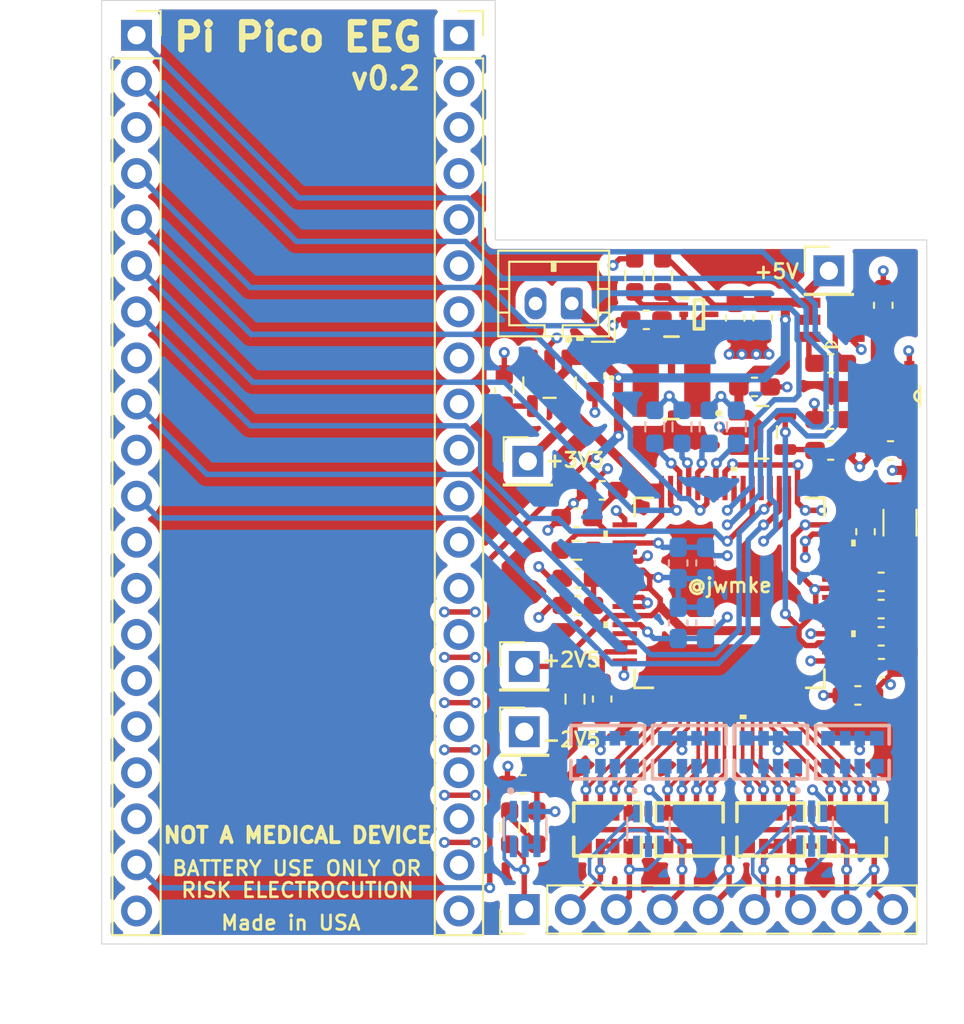
<source format=kicad_pcb>
(kicad_pcb (version 20240108) (generator "pcbnew") (generator_version "8.0")
  (layers (0 "F.Cu" signal) (1 "In1.Cu" signal) (2 "In2.Cu" signal) (31 "B.Cu" signal) (34 "B.Paste" user) (35 "F.Paste" user) (36 "B.SilkS" user "B.Silkscreen") (37 "F.SilkS" user "F.Silkscreen") (38 "B.Mask" user) (39 "F.Mask" user) (44 "Edge.Cuts" user))
  (net 0 "")
  (net 1 "/ADS1299/Bias")
  (net 2 "-2V5")
  (net 3 "Net-(U1-VREFP)")
  (net 4 "GND")
  (net 5 "+2V5")
  (net 6 "Net-(U1-VCAP4)")
  (net 7 "Net-(U1-VCAP3)")
  (net 8 "Net-(U1-VCAP2)")
  (net 9 "Net-(U1-VCAP1)")
  (net 10 "+3V3")
  (net 11 "Net-(U5-CAP-)")
  (net 12 "Net-(U5-CAP+)")
  (net 13 "/Booster/VBATT")
  (net 14 "+5V")
  (net 15 "-5V")
  (net 16 "Net-(U8-NR)")
  (net 17 "Net-(U7-NR{slash}FB)")
  (net 18 "Net-(U11-NR{slash}FB)")
  (net 19 "/ADS1299/IN7P")
  (net 20 "/ADS1299/IN8P")
  (net 21 "/ADS1299/IN8N")
  (net 22 "/ADS1299/IN7N")
  (net 23 "/ADS1299/IN6P")
  (net 24 "/ADS1299/IN6N")
  (net 25 "/ADS1299/IN5P")
  (net 26 "/ADS1299/IN5N")
  (net 27 "/ADS1299/IN4P")
  (net 28 "/ADS1299/IN3P")
  (net 29 "/ADS1299/IN4N")
  (net 30 "/ADS1299/IN3N")
  (net 31 "/ADS1299/IN1P")
  (net 32 "/ADS1299/IN2P")
  (net 33 "/ADS1299/IN1N")
  (net 34 "/ADS1299/IN2N")
  (net 35 "/ADS1299/I3")
  (net 36 "/ADS1299/I8")
  (net 37 "/ADS1299/I7")
  (net 38 "/ADS1299/I5")
  (net 39 "/ADS1299/I2")
  (net 40 "/ADS1299/I4")
  (net 41 "/ADS1299/I6")
  (net 42 "/ADS1299/I1")
  (net 43 "Net-(U6-SW)")
  (net 44 "Net-(R10-Pad2)")
  (net 45 "Net-(U1-GPIO1)")
  (net 46 "Net-(U6-FB)")
  (net 47 "Net-(U1-CLKSEL)")
  (net 48 "Net-(U1-GPIO2)")
  (net 49 "Net-(U1-GPIO3)")
  (net 50 "Net-(U1-GPIO4)")
  (net 51 "/ADS1299/MOSI")
  (net 52 "/ADS1299/START")
  (net 53 "/ADS1299/RESET")
  (net 54 "/ADS1299/DRDY")
  (net 55 "/ADS1299/SCLK")
  (net 56 "/ADS1299/MISO")
  (net 57 "/ADS1299/PDWN")
  (net 58 "/ADS1299/CS")
  (net 89 "Net-(U1-BIASIN)")
  (net 91 "/ADS1299/BI")
  (footprint "Connector_PinHeader_2.54mm:PinHeader_1x01_P2.54mm_Vertical" (layer "F.Cu") (at 127.1 95.1)
    (property "Reference" "J8" (hide yes))
    (property "Value" "Conn_01x01_Pin")
  )
  (footprint "CustomLib:lm266" (layer "F.Cu") (at 144.0192 76 180)
    (property "Reference" "U5" (hide yes))
    (property "Value" "LM2664M6" (hide yes))
  )
  (footprint "Capacitor_SMD:C_0603_1608Metric_Pad1.08x0.95mm_HandSolder" (layer "F.Cu") (at 144 78.4)
    (property "Reference" "C18" (hide yes))
    (property "Value" "10µF ")
  )
  (footprint "Connector_PinHeader_2.54mm:PinHeader_1x01_P2.54mm_Vertical" (layer "F.Cu") (at 127.3 83.8)
    (property "Reference" "J7" (hide yes))
    (property "Value" "Conn_01x01_Pin")
  )
  (footprint "Capacitor_SMD:C_0603_1608Metric_Pad1.08x0.95mm_HandSolder" (layer "F.Cu") (at 126 79.9 -90)
    (property "Reference" "C28" (hide yes))
    (property "Value" "0.01µF ")
  )
  (footprint "Capacitor_SMD:C_0603_1608Metric_Pad1.08x0.95mm_HandSolder" (layer "F.Cu") (at 131.4 96.9 -90)
    (property "Reference" "C1" (hide yes))
    (property "Value" "1.5nF")
  )
  (footprint "Capacitor_SMD:C_0603_1608Metric_Pad1.08x0.95mm_HandSolder" (layer "F.Cu") (at 131 79.1 90)
    (property "Reference" "C27" (hide yes))
    (property "Value" "1µF ")
  )
  (footprint "Resistor_SMD:R_0603_1608Metric_Pad0.98x0.95mm_HandSolder" (layer "F.Cu") (at 127.8 103.9875 -90)
    (property "Reference" "R10" (hide yes))
    (property "Value" "10kΩ")
  )
  (footprint "CustomLib:PAG64_TEX" (layer "F.Cu") (at 138.4215 91.05 90)
    (property "Reference" "U1" (hide yes))
    (property "Value" "ADS1299IPAGR")
  )
  (footprint "Connector_PinSocket_2.54mm:PinSocket_1x20_P2.54mm_Vertical" (layer "F.Cu") (at 105.72 60.32)
    (property "Reference" "J3" (hide yes))
    (property "Value" "Conn_01x20_Socket")
  )
  (footprint "Capacitor_SMD:C_0603_1608Metric_Pad1.08x0.95mm_HandSolder" (layer "F.Cu") (at 145.9215 87.678794 90)
    (property "Reference" "C12" (hide yes))
    (property "Value" "1µF ")
  )
  (footprint "Capacitor_SMD:C_0603_1608Metric_Pad1.08x0.95mm_HandSolder" (layer "F.Cu") (at 130.059 91.741294)
    (property "Reference" "C9" (hide yes))
    (property "Value" "1µF ")
  )
  (footprint "Capacitor_SMD:C_0603_1608Metric_Pad1.08x0.95mm_HandSolder" (layer "F.Cu") (at 144 83.2 180)
    (property "Reference" "C30" (hide yes))
    (property "Value" "0.01µF ")
  )
  (footprint "Connector_JST:JST_PH_B2B-PH-K_1x02_P2.00mm_Vertical" (layer "F.Cu") (at 129.7224 75.1 180)
    (property "Reference" "J1" (hide yes))
    (property "Value" "Conn_01x02_Pin")
  )
  (footprint "CustomLib:RES-ARRAY-SMD_0603-8P-L3.2-W1.6-BL" (layer "F.Cu") (at 136.2 104.1)
    (property "Reference" "RN6" (hide yes))
    (property "Value" "CAY16-103J4LF")
  )
  (footprint "Resistor_SMD:R_0603_1608Metric_Pad0.98x0.95mm_HandSolder" (layer "F.Cu") (at 129.9 96.9 -90)
    (property "Reference" "R1" (hide yes))
    (property "Value" "1MΩ")
  )
  (footprint "Resistor_SMD:R_0603_1608Metric_Pad0.98x0.95mm_HandSolder" (layer "F.Cu") (at 134.73345 73.55 -90)
    (property "Reference" "R4" (hide yes))
    (property "Value" "732kΩ")
  )
  (footprint "Capacitor_SMD:C_0603_1608Metric_Pad1.08x0.95mm_HandSolder" (layer "F.Cu") (at 130 86.9 180)
    (property "Reference" "C16" (hide yes))
    (property "Value" "0.1µF ")
  )
  (footprint "CustomLib:SOTFL50P160X60-6N" (layer "F.Cu") (at 136.73345 75.7)
    (property "Reference" "U6" (hide yes))
    (property "Value" "TPS61023DRLR" (hide yes))
  )
  (footprint "Resistor_SMD:R_0603_1608Metric_Pad0.98x0.95mm_HandSolder" (layer "F.Cu") (at 133.19345 73.55 90)
    (property "Reference" "R5" (hide yes))
    (property "Value" "100kΩ")
  )
  (footprint "Capacitor_SMD:C_0603_1608Metric_Pad1.08x0.95mm_HandSolder" (layer "F.Cu") (at 130.059 90.241294)
    (property "Reference" "C8" (hide yes))
    (property "Value" "0.1µF ")
  )
  (footprint "Capacitor_SMD:C_0603_1608Metric_Pad1.08x0.95mm_HandSolder" (layer "F.Cu") (at 146.784 90.441294)
    (property "Reference" "C5" (hide yes))
    (property "Value" "1µF ")
  )
  (footprint "Resistor_SMD:R_0603_1608Metric_Pad0.98x0.95mm_HandSolder" (layer "F.Cu") (at 126.3 103.9875 -90)
    (property "Reference" "R2" (hide yes))
    (property "Value" "10kΩ")
  )
  (footprint "Capacitor_SMD:C_0603_1608Metric_Pad1.08x0.95mm_HandSolder" (layer "F.Cu") (at 146.784 93.441294)
    (property "Reference" "C3" (hide yes))
    (property "Value" "10µF ")
  )
  (footprint "Connector_PinHeader_2.54mm:PinHeader_1x09_P2.54mm_Vertical" (layer "F.Cu") (at 127.1 108.5 90)
    (property "Reference" "J2" (hide yes))
    (property "Value" "Conn_01x09_Pin")
  )
  (footprint "Capacitor_SMD:C_1206_3216Metric_Pad1.33x1.80mm_HandSolder" (layer "F.Cu") (at 147.8215 87.178794 90)
    (property "Reference" "C13" (hide yes))
    (property "Value" "100µF ")
  )
  (footprint "Resistor_SMD:R_0603_1608Metric_Pad0.98x0.95mm_HandSolder" (layer "F.Cu") (at 130 88.7)
    (property "Reference" "R6" (hide yes))
    (property "Value" "10kΩ")
  )
  (footprint "Connector_PinHeader_2.54mm:PinHeader_1x01_P2.54mm_Vertical" (layer "F.Cu") (at 143.9 73.3)
    (property "Reference" "J5" (hide yes))
    (property "Value" "Conn_01x01_Pin" (hide yes))
  )
  (footprint "Capacitor_SMD:C_0603_1608Metric_Pad1.08x0.95mm_HandSolder" (layer "F.Cu") (at 127.0375 101.6 180)
    (property "Reference" "C7" (hide yes))
    (property "Value" "1nF")
  )
  (footprint "CustomLib:RES-ARRAY-SMD_0603-8P-L3.2-W1.6-BL" (layer "F.Cu") (at 145.2 104.1)
    (property "Reference" "RN8" (hide yes))
    (property "Value" "CAY16-103J4LF")
  )
  (footprint "Connector_PinHeader_2.54mm:PinHeader_1x01_P2.54mm_Vertical" (layer "F.Cu") (at 127.1 98.7)
    (property "Reference" "J6" (hide yes))
    (property "Value" "Conn_01x01_Pin" (hide yes))
  )
  (footprint "Connector_PinSocket_2.54mm:PinSocket_1x20_P2.54mm_Vertical" (layer "F.Cu") (at 123.5 60.32)
    (property "Reference" "J4" (hide yes))
    (property "Value" "Conn_01x20_Socket" (hide yes))
  )
  (footprint "Capacitor_SMD:C_0603_1608Metric_Pad1.08x0.95mm_HandSolder" (layer "F.Cu") (at 146.9 75.2 -90)
    (property "Reference" "C22" (hide yes))
    (property "Value" "10µF ")
  )
  (footprint "Capacitor_SMD:C_0603_1608Metric_Pad1.08x0.95mm_HandSolder" (layer "F.Cu") (at 146.8 95.2)
    (property "Reference" "C15" (hide yes))
    (property "Value" "0.1µF ")
  )
  (footprint "Capacitor_SMD:C_0603_1608Metric_Pad1.08x0.95mm_HandSolder" (layer "F.Cu") (at 138.73345 75.9 90)
    (property "Reference" "C20" (hide yes))
    (property "Value" "22µF ")
  )
  (footprint "CustomLib:RES-ARRAY-SMD_0603-8P-L3.2-W1.6-BL" (layer "F.Cu") (at 140.7 104.1)
    (property "Reference" "RN7" (hide yes))
    (property "Value" "CAY16-103J4LF")
  )
  (footprint "CustomLib:72325" (layer "F.Cu") (at 147.4 80.2 -90)
    (property "Reference" "U8" (hide yes))
    (property "Value" "TPS72325DBVT" (hide yes))
  )
  (footprint "CustomLib:73225" (layer "F.Cu") (at 140.2375 82.2)
    (property "Reference" "U11" (hide yes))
    (property "Value" "TPS73225DBVR")
  )
  (footprint "Capacitor_SMD:C_0603_1608Metric_Pad1.08x0.95mm_HandSolder" (layer "F.Cu") (at 144 81.5)
    (property "Reference" "C23" (hide yes))
    (property "Value" "0.01µF ")
  )
  (footprint "Capacitor_SMD:C_0603_1608Metric_Pad1.08x0.95mm_HandSolder" (layer "F.Cu") (at 131.4 85.4 180)
    (property "Reference" "C17" (hide yes))
    (property "Value" "1µF ")
  )
  (footprint "CustomLib:RES-ARRAY-SMD_0603-8P-L3.2-W1.6-BL" (layer "F.Cu") (at 131.7 104.1)
    (property "Reference" "RN5" (hide yes))
    (property "Value" "CAY16-103J4LF")
  )
  (footprint "Capacitor_SMD:C_0603_1608Metric_Pad1.08x0.95mm_HandSolder" (layer "F.Cu") (at 145.5 96.7)
    (property "Reference" "C14" (hide yes))
    (property "Value" "1µF ")
  )
  (footprint "Capacitor_SMD:C_0603_1608Metric_Pad1.08x0.95mm_HandSolder" (layer "F.Cu") (at 140.25345 75.9 90)
    (property "Reference" "C21" (hide yes))
    (property "Value" "22µF ")
  )
  (footprint "Capacitor_SMD:C_0603_1608Metric_Pad1.08x0.95mm_HandSolder" (layer "F.Cu") (at 139.8 79.7 180)
    (property "Reference" "C29" (hide yes))
    (property "Value" "1µF ")
  )
  (footprint "Capacitor_SMD:C_0603_1608Metric_Pad1.08x0.95mm_HandSolder" (layer "F.Cu") (at 133.83345 76 180)
    (property "Reference" "C19" (hide yes))
    (property "Value" "10µF ")
  )
  (footprint "Capacitor_SMD:C_0603_1608Metric_Pad1.08x0.95mm_HandSolder" (layer "F.Cu") (at 146.784 91.941294 180)
    (property "Reference" "C2" (hide yes))
    (property "Value" "0.1µF ")
  )
  (footprint "CustomLib:IND_74438357010_WRE" (layer "F.Cu") (at 135.2224 79.2)
    (property "Reference" "L1" (hide yes))
    (property "Value" "1µH")
  )
  (footprint "CustomLib:73233" (layer "F.Cu") (at 128.5 79.5 -90)
    (property "Reference" "U7" (hide yes))
    (property "Value" "TPS73233DBVT")
  )
  (footprint "Capacitor_SMD:C_0603_1608Metric_Pad1.08x0.95mm_HandSolder" (layer "F.Cu") (at 147.3 83.2)
    (property "Reference" "C24" (hide yes))
    (property "Value" "22µF ")
  )
  (footprint "Capacitor_SMD:C_0603_1608Metric_Pad1.08x0.95mm_HandSolder" (layer "B.Cu") (at 135.59 89.4 90)
    (property "Reference" "C6" (hide yes))
    (property "Value" "0.1µF ")
  )
  (footprint "Capacitor_SMD:C_0603_1608Metric_Pad1.08x0.95mm_HandSolder" (layer "B.Cu") (at 137.1 89.4 90)
    (property "Reference" "C4" (hide yes))
    (property "Value" "1µF ")
  )
  (footprint "Resistor_SMD:R_0603_1608Metric_Pad0.98x0.95mm_HandSolder" (layer "B.Cu") (at 137.3 81.9 90)
    (property "Reference" "R7" (hide yes))
    (property "Value" "10kΩ")
  )
  (footprint "Capacitor_SMD:C_0603_1608Metric_Pad1.08x0.95mm_HandSolder" (layer "B.Cu") (at 135.59 92.7 -90)
    (property "Reference" "C10" (hide yes))
    (property "Value" "1µF ")
  )
  (footprint "CustomLib:CAP-ARRAY-SMD_6124-8P-L3.2-W1.6-BL" (layer "B.Cu") (at 140.7 99.83 180)
    (property "Reference" "CN2" (hide yes))
    (property "Value" "W2A41C681KAT2A" (hide yes))
  )
  (footprint "CustomLib:CAP-ARRAY-SMD_6124-8P-L3.2-W1.6-BL" (layer "B.Cu") (at 136.2 99.83 180)
    (property "Reference" "CN3" (hide yes))
    (property "Value" "W2A41C681KAT2A" (hide yes))
  )
  (footprint "Resistor_SMD:R_0603_1608Metric_Pad0.98x0.95mm_HandSolder" (layer "B.Cu") (at 134.3 81.9 90)
    (property "Reference" "R9" (hide yes))
    (property "Value" "10kΩ")
  )
  (footprint "CustomLib:tpd4e1b06dckr" (layer "B.Cu") (at 127.15 104.06 -90)
    (property "Reference" "U9" (hide yes))
    (property "Value" "TPD4E1B06DCKR")
  )
  (footprint "Resistor_SMD:R_0603_1608Metric_Pad0.98x0.95mm_HandSolder" (layer "B.Cu") (at 138.8 81.9 90)
    (property "Reference" "R3" (hide yes))
    (property "Value" "10kΩ")
  )
  (footprint "Capacitor_SMD:C_0603_1608Metric_Pad1.08x0.95mm_HandSolder" (layer "B.Cu") (at 137.1 92.7 -90)
    (property "Reference" "C11" (hide yes))
    (property "Value" "0.1µF ")
  )
  (footprint "CustomLib:CAP-ARRAY-SMD_6124-8P-L3.2-W1.6-BL" (layer "B.Cu") (at 145.2 99.83 180)
    (property "Reference" "CN1" (hide yes))
    (property "Value" "W2A41C681KAT2A" (hide yes))
  )
  (footprint "CustomLib:tpd4e1b06dckr" (layer "B.Cu") (at 142.95 104.04 -90)
    (property "Reference" "U3" (hide yes))
    (property "Value" "TPD4E1B06DCKR")
  )
  (footprint "Resistor_SMD:R_0603_1608Metric_Pad0.98x0.95mm_HandSolder" (layer "B.Cu") (at 135.8 81.9 90)
    (property "Reference" "R8" (hide yes))
    (property "Value" "10kΩ")
  )
  (footprint "CustomLib:CAP-ARRAY-SMD_6124-8P-L3.2-W1.6-BL" (layer "B.Cu") (at 131.7 99.83 180)
    (property "Reference" "CN4" (hide yes))
    (property "Value" "W2A41C681KAT2A" (hide yes))
  )
  (footprint "CustomLib:tpd4e1b06dckr" (layer "B.Cu") (at 133.95 104.06 -90)
    (property "Reference" "U4" (hide yes))
    (property "Value" "TPD4E1B06DCKR")
  )
  (gr_line (start 103.8 110.4) (end 103.8 58.4) (stroke (width 0.05)) (layer "Edge.Cuts"))
  (gr_line (start 125.5 71.6) (end 125.5 58.4) (stroke (width 0.05)) (layer "Edge.Cuts"))
  (gr_line (start 103.8 58.4) (end 125.5 58.4) (stroke (width 0.05)) (layer "Edge.Cuts"))
  (gr_line (start 149.3 110.4) (end 149.3 71.6) (stroke (width 0.05)) (layer "Edge.Cuts"))
  (gr_line (start 125.5 71.6) (end 149.3 71.6) (stroke (width 0.05)) (layer "Edge.Cuts"))
  (gr_line (start 149.3 110.4) (end 103.8 110.4) (stroke (width 0.05)) (layer "Edge.Cuts"))
  (gr_text "+2V5" (at 128 95.2 0) (layer "F.SilkS") (effects (font (size 0.8 0.8) (thickness 0.15) (bold yes)) (justify left bottom)))
  (gr_text "+5V" (at 139.7 73.8 0) (layer "F.SilkS") (effects (font (size 0.8 0.8) (thickness 0.15) (bold yes)) (justify left bottom)))
  (gr_text "v0.2" (at 117.4 63.4 0) (layer "F.SilkS") (effects (font (size 1.2 1.2) (thickness 0.25) (bold yes)) (justify left bottom)))
  (gr_text "BATTERY USE ONLY OR" (at 107.6 106.7 0) (layer "F.SilkS") (effects (font (size 0.8 0.8) (thickness 0.15) (bold yes)) (justify left bottom)))
  (gr_text "NOT A MEDICAL DEVICE" (at 107.1 104.9 0) (layer "F.SilkS") (effects (font (size 0.85 0.85) (thickness 0.2125) (bold yes)) (justify left bottom)))
  (gr_text "RISK ELECTROCUTION" (at 108.1 107.9 0) (layer "F.SilkS") (effects (font (size 0.8 0.8) (thickness 0.15) (bold yes)) (justify left bottom)))
  (gr_text "@jwmke" (at 136 91.1 0) (layer "F.SilkS") (effects (font (size 0.8 0.8) (thickness 0.15) (bold yes)) (justify left bottom)))
  (gr_text "Pi Pico EEG" (at 107.6 61.3 0) (layer "F.SilkS") (effects (font (size 1.5 1.5) (thickness 0.35) (bold yes)) (justify left bottom)))
  (gr_text "Made in USA" (at 110.3 109.7 0) (layer "F.SilkS") (effects (font (size 0.8 0.8) (thickness 0.15) (bold yes)) (justify left bottom)))
  (gr_text "+3V3" (at 128.2 84.2 0) (layer "F.SilkS") (effects (font (size 0.8 0.8) (thickness 0.15) (bold yes)) (justify left bottom)))
  (gr_text "-2V5" (at 128 99.6 0) (layer "F.SilkS") (effects (font (size 0.8 0.8) (thickness 0.15) (bold yes)) (justify left bottom)))
  (segment (start 131.4 97.7625) (end 129.95 97.7625) (width 0.3) (layer "F.Cu") (net 1))
  (segment (start 129.95 97.7625) (end 129.9 97.8125) (width 0.3) (layer "F.Cu") (net 1))
  (segment (start 129.9 97.8125) (end 129.9 99.6) (width 0.3) (layer "F.Cu") (net 1))
  (segment (start 127.8 101.7) (end 127.9 101.6) (width 0.3) (layer "F.Cu") (net 1))
  (segment (start 127.8 103.075) (end 127.8 101.7) (width 0.3) (layer "F.Cu") (net 1))
  (segment (start 129.9 99.6) (end 127.9 101.6) (width 0.3) (layer "F.Cu") (net 1))
  (segment (start 144.2 87.3) (end 145.437794 87.3) (width 0.3) (layer "F.Cu") (net 2))
  (segment (start 143.187608 90.8) (end 143.2769 90.8) (width 0.3) (layer "F.Cu") (net 2))
  (segment (start 145.5375 94.8) (end 145.9375 95.2) (width 0.3) (layer "F.Cu") (net 2))
  (segment (start 133.499999 92.799999) (end 133.9 93.2) (width 0.3) (layer "F.Cu") (net 2))
  (segment (start 142.900001 93.300001) (end 142.9 93.3) (width 0.3) (layer "F.Cu") (net 2))
  (segment (start 144.2 94.8) (end 142.9 94.8) (width 0.3) (layer "F.Cu") (net 2))
  (segment (start 129.1965 91.741294) (end 129.1965 90.241294) (width 0.3) (layer "F.Cu") (net 2))
  (segment (start 143.1769 91.7897) (end 143.1769 91.1) (width 0.3) (layer "F.Cu") (net 2))
  (segment (start 147.6465 91.941294) (end 147.6465 93.441294) (width 0.3) (layer "F.Cu") (net 2))
  (segment (start 146.787793 94.300001) (end 144.2 94.300001) (width 0.3) (layer "F.Cu") (net 2))
  (segment (start 146.6215 86.816294) (end 147.8215 85.616294) (width 0.3) (layer "F.Cu") (net 2))
  (segment (start 132.643 91.800001) (end 133.699999 91.800001) (width 0.3) (layer "F.Cu") (net 2))
  (segment (start 147.6465 90.441294) (end 147.6465 91.941294) (width 0.3) (layer "F.Cu") (net 2))
  (segment (start 144.2 91.800001) (end 143.187201 91.800001) (width 0.3) (layer "F.Cu") (net 2))
  (segment (start 145.437794 87.3) (end 145.9215 86.816294) (width 0.3) (layer "F.Cu") (net 2))
  (segment (start 148.3398 83.0227) (end 148.1625 83.2) (width 0.5) (layer "F.Cu") (net 2))
  (segment (start 143.1769 90.9) (end 143.2769 90.8) (width 0.3) (layer "F.Cu") (net 2))
  (segment (start 143.2769 90.8) (end 144.2 90.8) (width 0.3) (layer "F.Cu") (net 2))
  (segment (start 148.1625 83.2) (end 148.1625 84.3) (width 0.5) (layer "F.Cu") (net 2))
  (segment (start 133.8 89) (end 133.9 89) (width 0.3) (layer "F.Cu") (net 2))
  (segment (start 132.643 89.300001) (end 133.499999 89.300001) (width 0.3) (layer "F.Cu") (net 2))
  (segment (start 148.1625 84.3) (end 148.1625 85.275294) (width 0.5) (layer "F.Cu") (net 2))
  (segment (start 133.499999 89.300001) (end 133.8 89) (width 0.3) (layer "F.Cu") (net 2))
  (segment (start 143.125692 90.861916) (end 143.187608 90.8) (width 0.3) (layer "F.Cu") (net 2))
  (segment (start 142.6 87.3) (end 144.2 87.3) (width 0.3) (layer "F.Cu") (net 2))
  (segment (start 148.1625 84.3) (end 147.4 84.3) (width 0.5) (layer "F.Cu") (net 2))
  (segment (start 129.1965 90.241294) (end 128.541294 90.241294) (width 0.3) (layer "F.Cu") (net 2))
  (segment (start 148.3398 81.4954) (end 148.3398 83.0227) (width 0.5) (layer "F.Cu") (net 2))
  (segment (start 144.2 94.300001) (end 144.2 94.8) (width 0.3) (layer "F.Cu") (net 2))
  (segment (start 141.95 89.686224) (end 141.95 87.930761) (width 0.3) (layer "F.Cu") (net 2))
  (segment (start 143.1769 91.1) (end 143.1769 90.9) (width 0.3) (layer "F.Cu") (net 2))
  (segment (start 144.2 93.300001) (end 142.900001 93.300001) (width 0.3) (layer "F.Cu") (net 2))
  (segment (start 147.6465 93.441294) (end 146.787793 94.300001) (width 0.3) (layer "F.Cu") (net 2))
  (segment (start 144.2 94.8) (end 145.5375 94.8) (width 0.3) (layer "F.Cu") (net 2))
  (segment (start 144.6375 96.7) (end 143.6 96.7) (width 0.3) (layer "F.Cu") (net 2))
  (segment (start 129.1965 91.741294) (end 128.558706 91.741294) (width 0.3) (layer "F.Cu") (net 2))
  (segment (start 148.1625 85.275294) (end 147.8215 85.616294) (width 0.5) (layer "F.Cu") (net 2))
  (segment (start 128.558706 91.741294) (end 127.9 92.4) (width 0.3) (layer "F.Cu") (net 2))
  (segment (start 132.643 91.3) (end 133.6 91.3) (width 0.3) (layer "F.Cu") (net 2))
  (segment (start 143.125692 90.861916) (end 141.95 89.686224) (width 0.3) (layer "F.Cu") (net 2))
  (segment (start 141.95 87.930761) (end 142.580761 87.3) (width 0.3) (layer "F.Cu") (net 2))
  (segment (start 128.541294 90.241294) (end 127.9 89.6) (width 0.3) (layer "F.Cu") (net 2))
  (segment (start 132.643 92.799999) (end 133.499999 92.799999) (width 0.3) (layer "F.Cu") (net 2))
  (segment (start 133.699999 91.800001) (end 133.9 91.6) (width 0.3) (layer "F.Cu") (net 2))
  (segment (start 133.6 91.3) (end 133.9 91.6) (width 0.3) (layer "F.Cu") (net 2))
  (segment (start 144.6375 96.7) (end 144.6375 96.5) (width 0.3) (layer "F.Cu") (net 2))
  (segment (start 147.7215 85.525) (end 147.5465 85.525) (width 0.3) (layer "F.Cu") (net 2))
  (segment (start 142.580761 87.3) (end 142.6 87.3) (width 0.3) (layer "F.Cu") (net 2))
  (segment (start 144.6375 96.5) (end 145.9375 95.2) (width 0.3) (layer "F.Cu") (net 2))
  (segment (start 143.187201 91.800001) (end 143.1769 91.7897) (width 0.3) (layer "F.Cu") (net 2))
  (segment (start 145.9215 86.816294) (end 146.6215 86.816294) (width 0.3) (layer "F.Cu") (net 2))
  (via (at 143.125692 90.861916) (size 0.6) (drill 0.3) (layers "F.Cu" "B.Cu") (net 2))
  (via (at 127.9 89.6) (size 0.6) (drill 0.3) (layers "F.Cu" "B.Cu") (net 2))
  (via (at 142.9 94.8) (size 0.6) (drill 0.3) (layers "F.Cu" "B.Cu") (net 2))
  (via (at 147.4 84.3) (size 0.6) (drill 0.3) (layers "F.Cu" "B.Cu") (net 2))
  (via (at 133.9 89) (size 0.6) (drill 0.3) (layers "F.Cu" "B.Cu") (net 2))
  (via (at 127.9 92.4) (size 0.6) (drill 0.3) (layers "F.Cu" "B.Cu") (net 2))
  (via (at 133.9 91.6) (size 0.6) (drill 0.3) (layers "F.Cu" "B.Cu") (net 2))
  (via (at 143.6 96.7) (size 0.6) (drill 0.3) (layers "F.Cu" "B.Cu") (net 2))
  (via (at 138.3 92.380761) (size 0.6) (drill 0.3) (layers "F.Cu" "B.Cu") (net 2))
  (via (at 133.9 93.2) (size 0.6) (drill 0.3) (layers "F.Cu" "B.Cu") (net 2))
  (via (at 142.9 93.3) (size 0.6) (drill 0.3) (layers "F.Cu" "B.Cu") (net 2))
  (via (at 142.6 87.3) (size 0.6) (drill 0.3) (layers "F.Cu" "B.Cu") (net 2))
  (segment (start 137.1 93.5625) (end 135.59 93.5625) (width 0.3) (layer "B.Cu") (net 2))
  (segment (start 134.2625 93.5625) (end 133.9 93.2) (width 0.3) (layer "B.Cu") (net 2))
  (segment (start 137.118261 93.5625) (end 138.3 92.380761) (width 0.3) (layer "B.Cu") (net 2))
  (segment (start 135.59 93.5625) (end 134.2625 93.5625) (width 0.3) (layer "B.Cu") (net 2))
  (segment (start 137.1 93.5625) (end 137.118261 93.5625) (width 0.3) (layer "B.Cu") (net 2))
  (segment (start 145.280206 91.3) (end 145.9215 91.941294) (width 0.3) (layer "F.Cu") (net 3))
  (segment (start 145.9215 91.941294) (end 145.9215 93.441294) (width 0.3) (layer "F.Cu") (net 3))
  (segment (start 144.2 91.3) (end 145.280206 91.3) (width 0.3) (layer "F.Cu") (net 3))
  (segment (start 146.4375 83.2) (end 146.4375 83.2625) (width 0.3) (layer "F.Cu") (net 4))
  (segment (start 146.3625 96.7) (end 146.3625 96.5) (width 0.3) (layer "F.Cu") (net 4))
  (segment (start 124.4 104.8) (end 122.7 104.8) (width 0.3) (layer "F.Cu") (net 4))
  (segment (start 144.8625 83.2) (end 144.8625 83.3625) (width 0.3) (layer "F.Cu") (net 4))
  (segment (start 126 79.0375) (end 126 77.8) (width 0.3) (layer "F.Cu") (net 4))
  (segment (start 132.643 88.3) (end 134.5 88.3) (width 0.3) (layer "F.Cu") (net 4))
  (segment (start 132.643 86.981478) (end 132.171631 86.510109) (width 0.3) (layer "F.Cu") (net 4))
  (segment (start 139.3 76.7625) (end 138.73345 76.7625) (width 0.5) (layer "F.Cu") (net 4))
  (segment (start 138.169701 82.2) (end 137.86946 81.899759) (width 0.3) (layer "F.Cu") (net 4))
  (segment (start 139.9 77.11595) (end 140.25345 76.7625) (width 0.5) (layer "F.Cu") (net 4))
  (segment (start 130.5375 85.4) (end 130.5375 85.3625) (width 0.3) (layer "F.Cu") (net 4))
  (segment (start 139.8 76.7625) (end 139.8 77.2) (width 0.5) (layer "F.Cu") (net 4))
  (segment (start 138.594452 83.945) (end 138.649452 84) (width 0.3) (layer "F.Cu") (net 4))
  (segment (start 139.9 77.9) (end 139.5 77.5) (width 0.5) (layer "F.Cu") (net 4))
  (segment (start 140.25345 76.7625) (end 140.25345 77.55345) (width 0.5) (layer "F.Cu") (net 4))
  (segment (start 132.643 94.8) (end 132.643 95.557) (width 0.3) (layer "F.Cu") (net 4))
  (segment (start 131 79.9625) (end 131 81.1) (width 0.3) (layer "F.Cu") (net 4))
  (segment (start 124.4 102.2) (end 122.7 102.2) (width 0.3) (layer "F.Cu") (net 4))
  (segment (start 139.1 77.9) (end 139.1 77.12905) (width 0.5) (layer "F.Cu") (net 4))
  (segment (start 144.8625 83.3625) (end 145.6 84.1) (width 0.3) (layer "F.Cu") (net 4))
  (segment (start 124.4 97.1) (end 122.7 97.1) (width 0.3) (layer "F.Cu") (net 4))
  (segment (start 142.6 86.5) (end 143.5 86.5) (width 0.3) (layer "F.Cu") (net 4))
  (segment (start 139.3 76.7625) (end 139.3 77.7) (width 0.5) (layer "F.Cu") (net 4))
  (segment (start 138.1715 85.2715) (end 138.1715 84.367952) (width 0.3) (layer "F.Cu") (net 4))
  (segment (start 126.175 101.6) (end 126.175 100.625) (width 0.3) (layer "F.Cu") (net 4))
  (segment (start 129.1375 86.8) (end 129.81875 86.11875) (width 0.3) (layer "F.Cu") (net 4))
  (segment (start 129.81875 86.11875) (end 130.5375 85.4) (width 0.3) (layer "F.Cu") (net 4))
  (segment (start 129.1375 86.9) (end 129.1375 86.8) (width 0.3) (layer "F.Cu") (net 4))
  (segment (start 148.3398 78.9046) (end 148.3398 77.7398) (width 0.3) (layer "F.Cu") (net 4))
  (segment (start 147.03125 95.83125) (end 147.6625 95.2) (width 0.3) (layer "F.Cu") (net 4))
  (segment (start 124.4 94.6) (end 122.7 94.6) (width 0.3) (layer "F.Cu") (net 4))
  (segment (start 132.3625 72.6375) (end 132 73) (width 0.3) (layer "F.Cu") (net 4))
  (segment (start 138.9825 82.2) (end 138.169701 82.2) (width 0.3) (layer "F.Cu") (net 4))
  (segment (start 129.1 86.9) (end 128.4 87.6) (width 0.3) (layer "F.Cu") (net 4))
  (segment (start 132.643 95.557) (end 132.6 95.6) (width 0.3) (layer "F.Cu") (net 4))
  (segment (start 142.6 88.2) (end 142.6 89.1) (width 0.3) (layer "F.Cu") (net 4))
  (segment (start 132.643 87.3) (end 132.643 86.981478) (width 0.3) (layer "F.Cu") (net 4))
  (segment (start 142.1715 85.2715) (end 142.1715 86.0715) (width 0.3) (layer "F.Cu") (net 4))
  (segment (start 146.3625 96.5) (end 147.03125 95.83125) (width 0.3) (layer "F.Cu") (net 4))
  (segment (start 124.4 99.7) (end 122.7 99.7) (width 0.3) (layer "F.Cu") (net 4))
  (segment (start 132.3 76) (end 132.97095 76) (width 0.3) (layer "F.Cu") (net 4))
  (segment (start 143.1375 80.6375) (end 143.1 80.6) (width 0.3) (layer "F.Cu") (net 4))
  (segment (start 145.2384 76.9398) (end 145.2384 77.188837) (width 0.3) (layer "F.Cu") (net 4))
  (segment (start 138.4 77.9) (end 140.6 77.9) (width 0.5) (layer "F.Cu") (net 4))
  (segment (start 142.1715 85.2715) (end 142.1715 84.0285) (width 0.3) (layer "F.Cu") (net 4))
  (segment (start 137.57145 76.2) (end 138.17095 76.2) (width 0.3) (layer "F.Cu") (net 4))
  (segment (start 139.1 77.9) (end 139.8 77.2) (width 0.5) (layer "F.Cu") (net 4))
  (segment (start 140.25345 76.7625) (end 139.8 76.7625) (width 0.5) (layer "F.Cu") (net 4))
  (segment (start 143.384007 87.810299) (end 143.00894 87.810299) (width 0.3) (layer "F.Cu") (net 4))
  (segment (start 129.1375 86.9) (end 129.1 86.9) (width 0.3) (layer "F.Cu") (net 4))
  (segment (start 139.8 77.8) (end 139.9 77.9) (width 0.5) (layer "F.Cu") (net 4))
  (segment (start 143.394307 87.799999) (end 143.384007 87.810299) (width 0.3) (layer "F.Cu") (net 4))
  (segment (start 147.03125 95.83125) (end 147.3 96.1) (width 0.3) (layer "F.Cu") (net 4))
  (segment (start 148.3398 77.7398) (end 148.3 77.7) (width 0.3) (layer "F.Cu") (net 4))
  (segment (start 142.1715 84.0285) (end 142.2 84) (width 0.3) (layer "F.Cu") (net 4))
  (segment (start 139.8 76.7625) (end 139.5 76.7625) (width 0.5) (layer "F.Cu") (net 4))
  (segment (start 143.00894 87.810299) (end 142.619239 88.2) (width 0.3) (layer "F.Cu") (net 4))
  (segment (start 126.175 100.625) (end 126.2 100.6) (width 0.3) (layer "F.Cu") (net 4))
  (segment (start 143.1375 81.5) (end 143.1375 80.6375) (width 0.3) (layer "F.Cu") (net 4))
  (segment (start 138.649452 84) (end 142.2 84) (width 0.3) (layer "F.Cu") (net 4))
  (segment (start 133.19345 72.6375) (end 132.3625 72.6375) (width 0.3) (layer "F.Cu") (net 4))
  (segment (start 140.6625 79.7) (end 141.6 79.7) (width 0.3) (layer "F.Cu") (net 4))
  (segment (start 146.9 74.3375) (end 146.9 73.3) (width 0.3) (layer "F.Cu") (net 4))
  (segment (start 145.2384 77.188837) (end 145.687372 77.637809) (width 0.3) (layer "F.Cu") (net 4))
  (segment (start 138.73345 76.7625) (end 138.73345 77.56655) (width 0.5) (layer "F.Cu") (net 4))
  (segment (start 139.1 77.12905) (end 138.73345 76.7625) (width 0.5) (layer "F.Cu") (net 4))
  (segment (start 146.4375 83.2625) (end 145.6 84.1) (width 0.3) (layer "F.Cu") (net 4))
  (segment (start 144.2 87.799999) (end 143.394307 87.799999) (width 0.3) (layer "F.Cu") (net 4))
  (segment (start 138.17095 76.2) (end 138.73345 76.7625) (width 0.3) (layer "F.Cu") (net 4))
  (segment (start 130.5375 85.3625) (end 131.7 84.2) (width 0.3) (layer "F.Cu") (net 4))
  (segment (start 138.1715 84.367952) (end 138.594452 83.945) (width 0.3) (layer "F.Cu") (net 4))
  (segment (start 139.9 77.9) (end 139.9 77.11595) (width 0.5) (layer "F.Cu") (net 4))
  (segment (start 132 76.3) (end 132.3 76) (width 0.3) (layer "F.Cu") (net 4))
  (segment (start 139.3 77.7) (end 139.1 77.9) (width 0.5) (layer "F.Cu") (net 4))
  (segment (start 139.8 77.2) (end 139.8 77.8) (width 0.5) (layer "F.Cu") (net 4))
  (segment (start 139.5 76.7625) (end 139.3 76.7625) (width 0.5) (layer "F.Cu") (net 4))
  (segment (start 128.5 78.245) (end 128.5 77.4) (width 0.3) (layer "F.Cu") (net 4))
  (segment (start 142.1715 86.0715) (end 142.6 86.5) (width 0.3) (layer "F.Cu") (net 4))
  (segment (start 140.25345 77.55345) (end 140.6 77.9) (width 0.5) (layer "F.Cu") (net 4))
  (segment (start 139.5 77.5) (end 139.5 76.7625) (width 0.5) (layer "F.Cu") (net 4))
  (segment (start 128.5 77.4) (end 128.9 77) (width 0.3) (layer "F.Cu") (net 4))
  (segment (start 138.73345 77.56655) (end 138.4 77.9) (width 0.5) (layer "F.Cu") (net 4))
  (segment (start 124.4 92.1) (end 122.7 92.1) (width 0.3) (layer "F.Cu") (net 4))
  (segment (start 142.619239 88.2) (end 142.6 88.2) (width 0.3) (layer "F.Cu") (net 4))
  (via (at 135.8 99.699998) (size 0.6) (drill 0.3) (layers "F.Cu" "B.Cu") (net 4))
  (via (at 124.4 99.7) (size 0.6) (drill 0.3) (layers "F.Cu" "B.Cu") (net 4))
  (via (at 145.6 84.1) (size 0.6) (drill 0.3) (layers "F.Cu" "B.Cu") (net 4))
  (via (at 148.3 77.7) (size 0.6) (drill 0.3) (layers "F.Cu" "B.Cu") (net 4))
  (via (at 134 101.9) (size 0.6) (drill 0.3) (layers "F.Cu" "B.Cu") (net 4))
  (via (at 138.3 89.000003) (size 0.6) (drill 0.3) (layers "F.Cu" "B.Cu") (net 4))
  (via (at 126 77.8) (size 0.6) (drill 0.3) (layers "F.Cu" "B.Cu") (net 4))
  (via (at 137.86946 81.899759) (size 0.6) (drill 0.3) (layers "F.Cu" "B.Cu") (net 4))
  (via (at 142.6 89.1) (size 0.6) (drill 0.3) (layers "F.Cu" "B.Cu") (net 4))
  (via (at 142.6 88.2) (size 0.6) (drill 0.3) (layers "F.Cu" "B.Cu") (net 4))
  (via (at 140.6 77.9) (size 0.6) (drill 0.3) (layers "F.Cu" "B.Cu") (net 4))
  (via (at 139.9 77.9) (size 0.6) (drill 0.3) (layers "F.Cu" "B.Cu") (net 4))
  (via (at 147.3 96.1) (size 0.6) (drill 0.3) (layers "F.Cu" "B.Cu") (net 4))
  (via (at 131.3 99.699998) (size 0.6) (drill 0.3) (layers "F.Cu" "B.Cu") (net 4))
  (via (at 135.1 80.2) (size 0.6) (drill 0.3) (layers "F.Cu" "B.Cu") (net 4))
  (via (at 128.8 103.1) (size 0.6) (drill 0.3) (layers "F.Cu" "B.Cu") (net 4))
  (via (at 131.7 84.2) (size 0.6) (drill 0.3) (layers "F.Cu" "B.Cu") (net 4))
  (via (at 122.7 104.8) (size 0.6) (drill 0.3) (layers "F.Cu" "B.Cu") (net 4))
  (via (at 139.1 77.9) (size 0.6) (drill 0.3) (layers "F.Cu" "B.Cu") (net 4))
  (via (at 143.5 86.5) (size 0.6) (drill 0.3) (layers "F.Cu" "B.Cu") (net 4))
  (via (at 132.171631 86.510109) (size 0.6) (drill 0.3) (layers "F.Cu" "B.Cu") (net 4))
  (via (at 132 73) (size 0.6) (drill 0.3) (layers "F.Cu" "B.Cu") (net 4))
  (via (at 138.594452 83.945) (size 0.6) (drill 0.3) (layers "F.Cu" "B.Cu") (net 4))
  (via (at 146.9 73.3) (size 0.6) (drill 0.3) (layers "F.Cu" "B.Cu") (net 4))
  (via (at 122.7 102.2) (size 0.6) (drill 0.3) (layers "F.Cu" "B.Cu") (net 4))
  (via (at 124.4 104.8) (size 0.6) (drill 0.3) (layers "F.Cu" "B.Cu") (net 4))
  (via (at 145.6 99.699998) (size 0.6) (drill 0.3) (layers "F.Cu" "B.Cu") (net 4))
  (via (at 122.7 97.1) (size 0.6) (drill 0.3) (layers "F.Cu" "B.Cu") (net 4))
  (via (at 142.2 84) (size 0.6) (drill 0.3) (layers "F.Cu" "B.Cu") (net 4))
  (via (at 126.2 100.6) (size 0.6) (drill 0.3) (layers "F.Cu" "B.Cu") (net 4))
  (via (at 124.4 97.1) (size 0.6) (drill 0.3) (layers "F.Cu" "B.Cu") (net 4))
  (via (at 138.4 77.9) (size 0.6) (drill 0.3) (layers "F.Cu" "B.Cu") (net 4))
  (via (at 122.7 92.1) (size 0.6) (drill 0.3) (layers "F.Cu" "B.Cu") (net 4))
  (via (at 134.5 88.3) (size 0.6) (drill 0.3) (layers "F.Cu" "B.Cu") (net 4))
  (via (at 128.4 87.6) (size 0.6) (drill 0.3) (layers "F.Cu" "B.Cu") (net 4))
  (via (at 124.4 102.2) (size 0.6) (drill 0.3) (layers "F.Cu" "B.Cu") (net 4))
  (via (at 132.6 95.6) (size 0.6) (drill 0.3) (layers "F.Cu" "B.Cu") (net 4))
  (via (at 129.81875 86.11875) (size 0.6) (drill 0.3) (layers "F.Cu" "B.Cu") (net 4))
  (via (at 132 76.3) (size 0.6) (drill 0.3) (layers "F.Cu" "B.Cu") (net 4))
  (via (at 131 81.1) (size 0.6) (drill 0.3) (layers "F.Cu" "B.Cu") (net 4))
  (via (at 142.6 86.5) (size 0.6) (drill 0.3) (layers "F.Cu" "B.Cu") (net 4))
  (via (at 124.4 94.6) (size 0.6) (drill 0.3) (layers "F.Cu" "B.Cu") (net 4))
  (via (at 128.9 77) (size 0.6) (drill 0.3) (layers "F.Cu" "B.Cu") (net 4))
  (via (at 143.1 80.6) (size 0.6) (drill 0.3) (layers "F.Cu" "B.Cu") (net 4))
  (via (at 122.7 99.7) (size 0.6) (drill 0.3) (layers "F.Cu" "B.Cu") (net 4))
  (via (at 122.7 94.6) (size 0.6) (drill 0.3) (layers "F.Cu" "B.Cu") (net 4))
  (via (at 124.4 92.1) (size 0.6) (drill 0.3) (layers "F.Cu" "B.Cu") (net 4))
  (via (at 141.6 79.7) (size 0.6) (drill 0.3) (layers "F.Cu" "B.Cu") (net 4))
  (via (at 137.949297 80.215254) (size 0.6) (drill 0.3) (layers "F.Cu" "B.Cu") (net 4))
  (via (at 141.1 99.699998) (size 0.6) (drill 0.3) (layers "F.Cu" "B.Cu") (net 4))
  (via (at 143 101.9) (size 0.6) (drill 0.3) (layers "F.Cu" "B.Cu") (net 4))
  (via (at 145.687372 77.637809) (size 0.6) (drill 0.3) (layers "F.Cu" "B.Cu") (net 4))
  (segment (start 134.012072 101.9) (end 134 101.9) (width 0.3) (layer "B.Cu") (net 4))
  (segment (start 137.1 88.5375) (end 135.59 88.5375) (width 0.3) (layer "B.Cu") (net 4))
  (segment (start 130.35 99.06) (end 131.3 99.06) (width 0.3) (layer "B.Cu") (net 4))
  (segment (start 143.85 99.06) (end 146.55 99.06) (width 0.3) (layer "B.Cu") (net 4))
  (segment (start 134.6 102.487928) (end 134.012072 101.9) (width 0.3) (layer "B.Cu") (net 4))
  (segment (start 138.721543 80.9875) (end 137.949297 80.215254) (width 0.3) (layer "B.Cu") (net 4))
  (segment (start 134.6 103.1) (end 134.6 102.487928) (width 0.3) (layer "B.Cu") (net 4))
  (segment (start 138.8 80.9875) (end 138.721543 80.9875) (width 0.3) (layer "B.Cu") (net 4))
  (segment (start 132.1 99.06) (end 133.05 99.06) (width 0.3) (layer "B.Cu") (net 4))
  (segment (start 134.7375 88.5375) (end 134.5 88.3) (width 0.3) (layer "B.Cu") (net 4))
  (segment (start 135.8 80.9) (end 135.1 80.2) (width 0.3) (layer "B.Cu") (net 4))
  (segment (start 137.1 88.5375) (end 137.562503 89.000003) (width 0.3) (layer "B.Cu") (net 4))
  (segment (start 134.3125 80.9875) (end 135.1 80.2) (width 0.3) (layer "B.Cu") (net 4))
  (segment (start 141.1 99.06) (end 141.1 99.699998) (width 0.3) (layer "B.Cu") (net 4))
  (segment (start 134.85 99.06) (end 135.8 99.06) (width 0.3) (layer "B.Cu") (net 4))
  (segment (start 135.59 88.5375) (end 134.7375 88.5375) (width 0.3) (layer "B.Cu") (net 4))
  (segment (start 137.3 80.9875) (end 137.3 80.864551) (width 0.3) (layer "B.Cu") (net 4))
  (segment (start 134.3 80.9875) (end 134.3125 80.9875) (width 0.3) (layer "B.Cu") (net 4))
  (segment (start 127.15 105.02) (end 127.8 105.02) (width 0.3) (layer "B.Cu") (net 4))
  (segment (start 127.8 105.02) (end 127.8 103.1) (width 0.3) (layer "B.Cu") (net 4))
  (segment (start 135.8 99.06) (end 137.55 99.06) (width 0.3) (layer "B.Cu") (net 4))
  (segment (start 143.6 103.08) (end 143.6 102.467928) (width 0.3) (layer "B.Cu") (net 4))
  (segment (start 135.8 80.9875) (end 135.8 80.9) (width 0.3) (layer "B.Cu") (net 4))
  (segment (start 143.032072 101.9) (end 143 101.9) (width 0.3) (layer "B.Cu") (net 4))
  (segment (start 137.3 80.864551) (end 137.949297 80.215254) (width 0.3) (layer "B.Cu") (net 4))
  (segment (start 139.35 99.06) (end 142.05 99.06) (width 0.3) (layer "B.Cu") (net 4))
  (segment (start 131.3 99.06) (end 132.1 99.06) (width 0.3) (layer "B.Cu") (net 4))
  (segment (start 137.562503 89.000003) (end 138.3 89.000003) (width 0.3) (layer "B.Cu") (net 4))
  (segment (start 145.6 99.06) (end 145.6 99.699998) (width 0.3) (layer "B.Cu") (net 4))
  (segment (start 127.15 103.1) (end 127.8 103.1) (width 0.3) (layer "B.Cu") (net 4))
  (segment (start 143.6 102.467928) (end 143.032072 101.9) (width 0.3) (layer "B.Cu") (net 4))
  (segment (start 135.8 99.06) (end 135.8 99.699998) (width 0.3) (layer "B.Cu") (net 4))
  (segment (start 127.8 103.1) (end 128.8 103.1) (width 0.3) (layer "B.Cu") (net 4))
  (segment (start 131.3 99.06) (end 131.3 99.699998) (width 0.3) (layer "B.Cu") (net 4))
  (segment (start 144.2 93.8) (end 143.319239 93.8) (width 0.3) (layer "F.Cu") (net 5))
  (segment (start 134.6 91.819239) (end 134.6 91.380761) (width 0.3) (layer "F.Cu") (net 5))
  (segment (start 135.911522 93.130761) (end 142.15 93.130761) (width 0.5) (layer "F.Cu") (net 5))
  (segment (start 132.643 89.8) (end 133.655801 89.8) (width 0.3) (layer "F.Cu") (net 5))
  (segment (start 142.15 93.130761) (end 142.15 93.030761) (width 0.5) (layer "F.Cu") (net 5))
  (segment (start 128.937726 95.1) (end 127.1 95.1) (width 0.3) (layer "F.Cu") (net 5))
  (segment (start 134.019239 90.163438) (end 134.463438 90.163438) (width 0.3) (layer "F.Cu") (net 5))
  (segment (start 142.25 93.030761) (end 142.980761 92.3) (width 0.3) (layer "F.Cu") (net 5))
  (segment (start 142.25 92.95) (end 142.25 93.030761) (width 0.3) (layer "F.Cu") (net 5))
  (segment (start 143.319239 93.8) (end 143.169239 93.95) (width 0.3) (layer "F.Cu") (net 5))
  (segment (start 133.655801 89.8) (end 134.019239 90.163438) (width 0.3) (layer "F.Cu") (net 5))
  (segment (start 141.4925 82.1925) (end 141.5 82.2) (width 0.3) (layer "F.Cu") (net 5))
  (segment (start 141.4925 81.25) (end 141.4925 82.1925) (width 0.3) (layer "F.Cu") (net 5))
  (segment (start 142.980761 92.3) (end 144.2 92.3) (width 0.3) (layer "F.Cu") (net 5))
  (segment (start 132.643 92.3) (end 134.119239 92.3) (width 0.3) (layer "F.Cu") (net 5))
  (segment (start 134.019239 90.163438) (end 134.019239 90.8) (width 0.3) (layer "F.Cu") (net 5))
  (segment (start 132.643 92.3) (end 131.737726 92.3) (width 0.3) (layer "F.Cu") (net 5))
  (segment (start 135.811522 93.030761) (end 135.911522 93.130761) (width 0.5) (layer "F.Cu") (net 5))
  (segment (start 134.6 91.380761) (end 134.019239 90.8) (width 0.3) (layer "F.Cu") (net 5))
  (segment (start 134.019239 90.8) (end 132.643 90.8) (width 0.3) (layer "F.Cu") (net 5))
  (segment (start 134.463438 90.163438) (end 134.5 90.2) (width 0.3) (layer "F.Cu") (net 5))
  (segment (start 134.119239 92.3) (end 134.6 91.819239) (width 0.3) (layer "F.Cu") (net 5))
  (segment (start 142.25 93.569239) (end 142.25 93.030761) (width 0.3) (layer "F.Cu") (net 5))
  (segment (start 134.65 91.869239) (end 134.65 91.819239) (width 0.5) (layer "F.Cu") (net 5))
  (segment (start 135.811522 93.030761) (end 134.65 91.869239) (width 0.5) (layer "F.Cu") (net 5))
  (segment (start 131.737726 92.3) (end 128.937726 95.1) (width 0.3) (layer "F.Cu") (net 5))
  (segment (start 143.169239 93.95) (end 142.630761 93.95) (width 0.3) (layer "F.Cu") (net 5))
  (segment (start 142.630761 93.95) (end 142.25 93.569239) (width 0.3) (layer "F.Cu") (net 5))
  (segment (start 144.2 92.799999) (end 144.2 92.3) (width 0.3) (layer "F.Cu") (net 5))
  (segment (start 141.5 92.2) (end 142.25 92.95) (width 0.3) (layer "F.Cu") (net 5))
  (via (at 134.5 90.2) (size 0.6) (drill 0.3) (layers "F.Cu" "B.Cu") (net 5))
  (via (at 141.5 82.2) (size 0.6) (drill 0.3) (layers "F.Cu" "B.Cu") (net 5))
  (via (at 141.5 92.2) (size 0.6) (drill 0.3) (layers "F.Cu" "B.Cu") (net 5))
  (segment (start 141.5 82.2) (end 141.5 92.2) (width 0.3) (layer "B.Cu") (net 5))
  (segment (start 135.5275 90.2) (end 135.59 90.2625) (width 0.3) (layer "B.Cu") (net 5))
  (segment (start 135.59 91.8375) (end 137.1 91.8375) (width 0.3) (layer "B.Cu") (net 5))
  (segment (start 135.59 90.2625) (end 137.1 90.2625) (width 0.3) (layer "B.Cu") (net 5))
  (segment (start 134.5 90.2) (end 135.5275 90.2) (width 0.3) (layer "B.Cu") (net 5))
  (segment (start 137.1 91.8375) (end 137.1 90.2625) (width 0.3) (layer "B.Cu") (net 5))
  (segment (start 135.59 90.2625) (end 135.59 91.8375) (width 0.3) (layer "B.Cu") (net 5))
  (segment (start 145.9215 90.441294) (end 145.780205 90.299999) (width 0.3) (layer "F.Cu") (net 6))
  (segment (start 145.780205 90.299999) (end 144.2 90.299999) (width 0.3) (layer "F.Cu") (net 6))
  (segment (start 132.643 90.299999) (end 130.980205 90.299999) (width 0.3) (layer "F.Cu") (net 7))
  (segment (start 130.980205 90.299999) (end 130.9215 90.241294) (width 0.3) (layer "F.Cu") (net 7))
  (segment (start 130.9215 90.241294) (end 130.9215 91.741294) (width 0.3) (layer "F.Cu") (net 7))
  (segment (start 145.680206 88.3) (end 144.2 88.3) (width 0.3) (layer "F.Cu") (net 8))
  (segment (start 145.9215 88.541294) (end 145.680206 88.3) (width 0.3) (layer "F.Cu") (net 8))
  (segment (start 144.2 89.300001) (end 145.305275 89.300001) (width 0.3) (layer "F.Cu") (net 9))
  (segment (start 145.621568 89.616294) (end 146.5965 89.616294) (width 0.3) (layer "F.Cu") (net 9))
  (segment (start 145.305275 89.300001) (end 145.621568 89.616294) (width 0.3) (layer "F.Cu") (net 9))
  (segment (start 147.5215 88.741294) (end 147.8215 88.741294) (width 0.3) (layer "F.Cu") (net 9))
  (segment (start 146.5965 89.616294) (end 146.6215 89.641294) (width 0.3) (layer "F.Cu") (net 9))
  (segment (start 146.6215 89.641294) (end 147.5215 88.741294) (width 0.3) (layer "F.Cu") (net 9))
  (segment (start 131.762499 87.799999) (end 132.643 87.799999) (width 0.3) (layer "F.Cu") (net 10))
  (segment (start 132.643 87.799999) (end 129.987501 87.799999) (width 0.3) (layer "F.Cu") (net 10))
  (segment (start 132.643 87.799999) (end 133.655801 87.799999) (width 0.3) (layer "F.Cu") (net 10))
  (segment (start 132.2625 85.5) (end 130.8625 86.9) (width 0.3) (layer "F.Cu") (net 10))
  (segment (start 133.655801 87.799999) (end 134.6715 86.7843) (width 0.3) (layer "F.Cu") (net 10))
  (segment (start 129.45 80.755) (end 129.45 81.65) (width 0.5) (layer "F.Cu") (net 10))
  (segment (start 129.45 80.755) (end 133.2975 84.6025) (width 0.5) (layer "F.Cu") (net 10))
  (segment (start 132.2625 85.4) (end 132.2625 85.5) (width 0.3) (layer "F.Cu") (net 10))
  (segment (start 133.9665 85.2715) (end 134.571499 85.2715) (width 0.5) (layer "F.Cu") (net 10))
  (segment (start 133.2975 84.6025) (end 132.5 85.4) (width 0.5) (layer "F.Cu") (net 10))
  (segment (start 133.2975 84.6025) (end 133.9665 85.2715) (width 0.5) (layer "F.Cu") (net 10))
  (segment (start 130.8625 86.9) (end 131.762499 87.799999) (width 0.3) (layer "F.Cu") (net 10))
  (segment (start 129.45 81.65) (end 127.3 83.8) (width 0.5) (layer "F.Cu") (net 10))
  (segment (start 129.987501 87.799999) (end 129.0875 88.7) (width 0.3) (layer "F.Cu") (net 10))
  (segment (start 132.5 85.4) (end 132.2625 85.4) (width 0.5) (layer "F.Cu") (net 10))
  (segment (start 134.6715 86.7843) (end 134.6715 85.2715) (width 0.3) (layer "F.Cu") (net 10))
  (segment (start 144.8625 78.4) (end 144.2534 77.7909) (width 0.3) (layer "F.Cu") (net 11))
  (segment (start 144.2534 77.7909) (end 144.2534 75.3706) (width 0.3) (layer "F.Cu") (net 11))
  (segment (start 144.5638 75.0602) (end 145.2384 75.0602) (width 0.3) (layer "F.Cu") (net 11))
  (segment (start 144.2534 75.3706) (end 144.5638 75.0602) (width 0.3) (layer "F.Cu") (net 11))
  (segment (start 142.8 78.0625) (end 143.1375 78.4) (width 0.3) (layer "F.Cu") (net 12))
  (segment (start 142.8 76.9398) (end 142.8 78.0625) (width 0.3) (layer "F.Cu") (net 12))
  (segment (start 134.69595 76) (end 134.69595 76.07645) (width 0.3) (layer "F.Cu") (net 13))
  (segment (start 129.7224 75.1) (end 133.8 79.1776) (width 0.5) (layer "F.Cu") (net 13))
  (segment (start 133.8 79.1776) (end 133.8 79.2) (width 0.5) (layer "F.Cu") (net 13))
  (segment (start 135.89545 76.2) (end 134.89595 76.2) (width 0.3) (layer "F.Cu") (net 13))
  (segment (start 134.69595 76.07645) (end 133.8 76.9724) (width 0.3) (layer "F.Cu") (net 13))
  (segment (start 134.69595 76) (end 134.63345 76) (width 0.3) (layer "F.Cu") (net 13))
  (segment (start 135.89545 76.2) (end 135.89545 75.7) (width 0.3) (layer "F.Cu") (net 13))
  (segment (start 134.89595 76.2) (end 134.69595 76) (width 0.3) (layer "F.Cu") (net 13))
  (segment (start 133.8 76.9724) (end 133.8 79.2) (width 0.3) (layer "F.Cu") (net 13))
  (segment (start 142.8 76) (end 142.8 75.0602) (width 0.5) (layer "F.Cu") (net 14))
  (segment (start 138.9375 81.205) (end 138.9825 81.25) (width 0.5) (layer "F.Cu") (net 14))
  (segment (start 141.5 75.0375) (end 141.5 76) (width 0.5) (layer "F.Cu") (net 14))
  (segment (start 141.5 76) (end 141.5 78.528854) (width 0.5) (layer "F.Cu") (net 14))
  (segment (start 138.9375 79.7) (end 138.9375 81.205) (width 0.5) (layer "F.Cu") (net 14))
  (segment (start 140.25345 75.0375) (end 138.73345 75.0375) (width 0.5) (layer "F.Cu") (net 14))
  (segment (start 141.5 75.0375) (end 142.7773 75.0375) (width 0.5) (layer "F.Cu") (net 14))
  (segment (start 139.8625 78.775) (end 138.9375 79.7) (width 0.5) (layer "F.Cu") (net 14))
  (segment (start 131.3375 78.2375) (end 132.3 79.2) (width 0.5) (layer "F.Cu") (net 14))
  (segment (start 140.0375 82.699999) (end 139.587499 83.15) (width 0.5) (layer "F.Cu") (net 14))
  (segment (start 140.0375 81.80092) (end 140.0375 82.699999) (width 0.5) (layer "F.Cu") (net 14))
  (segment (start 134.73345 72.6375) (end 135.00895 72.6375) (width 0.3) (layer "F.Cu") (net 14))
  (segment (start 140.25345 75.0375) (end 141.5 75.0375) (width 0.5) (layer "F.Cu") (net 14))
  (segment (start 142.7773 75.0375) (end 142.8 75.0602) (width 0.5) (layer "F.Cu") (net 14))
  (segment (start 142.8 75.0602) (end 142.8 74.4) (width 0.5) (layer "F.Cu") (net 14))
  (segment (start 138.9825 81.25) (end 139.48658 81.25) (width 0.5) (layer "F.Cu") (net 14))
  (segment (start 139.48658 81.25) (end 140.0375 81.80092) (width 0.5) (layer "F.Cu") (net 14))
  (segment (start 132.3 79.2) (end 132.3 82.4) (width 0.5) (layer "F.Cu") (net 14))
  (segment (start 141.253854 78.775) (end 139.8625 78.775) (width 0.5) (layer "F.Cu") (net 14))
  (segment (start 125.2 89.200001) (end 130.800001 83.6) (width 0.3) (layer "F.Cu") (net 14))
  (segment (start 138.57095 75.2) (end 138.73345 75.0375) (width 0.3) (layer "F.Cu") (net 14))
  (segment (start 129.45 78.74908) (end 128.89908 79.3) (width 0.5) (layer "F.Cu") (net 14))
  (segment (start 135.00895 72.6375) (end 137.57145 75.2) (width 0.3) (layer "F.Cu") (net 14))
  (segment (start 128 79.3) (end 127.55 78.85) (width 0.5) (layer "F.Cu") (net 14))
  (segment (start 142.8 74.4) (end 143.9 73.3) (width 0.5) (layer "F.Cu") (net 14))
  (segment (start 139.587499 83.15) (end 138.9825 83.15) (width 0.5) (layer "F.Cu") (net 14))
  (segment (start 130.800001 83.6) (end 131.1 83.6) (width 0.3) (layer "F.Cu") (net 14))
  (segment (start 129.45 78.74908) (end 129.45 78.245) (width 0.5) (layer "F.Cu") (net 14))
  (segment (start 131 78.2375) (end 131.3375 78.2375) (width 0.5) (layer "F.Cu") (net 14))
  (segment (start 125.2 107.3) (end 125.2 89.200001) (width 0.3) (layer "F.Cu") (net 14))
  (segment (start 129.4575 78.2375) (end 129.45 78.245) (width 0.5) (layer "F.Cu") (net 14))
  (segment (start 127.55 78.85) (end 127.55 78.245) (width 0.5) (layer "F.Cu") (net 14))
  (segment (start 141.5 78.528854) (end 141.253854 78.775) (width 0.5) (layer "F.Cu") (net 14))
  (segment (start 128.89908 79.3) (end 128 79.3) (width 0.5) (layer "F.Cu") (net 14))
  (segment (start 137.57145 75.2) (end 138.57095 75.2) (width 0.3) (layer "F.Cu") (net 14))
  (segment (start 131 78.2375) (end 129.4575 78.2375) (width 0.5) (layer "F.Cu") (net 14))
  (via (at 131.1 83.6) (size 0.6) (drill 0.3) (layers "F.Cu" "B.Cu") (net 14))
  (via (at 141.5 76) (size 0.6) (drill 0.3) (layers "F.Cu" "B.Cu") (net 14))
  (via (at 132.3 82.4) (size 0.6) (drill 0.3) (layers "F.Cu" "B.Cu") (net 14))
  (via (at 132.3 79.2) (size 0.6) (drill 0.3) (layers "F.Cu" "B.Cu") (net 14))
  (via (at 125.2 107.3) (size 0.6) (drill 0.3) (layers "F.Cu" "B.Cu") (net 14))
  (segment (start 125.2 107.3) (end 106.98 107.3) (width 0.3) (layer "B.Cu") (net 14))
  (segment (start 140.360661 79.2) (end 141.5 78.060661) (width 0.5) (layer "B.Cu") (net 14))
  (segment (start 141.5 78.060661) (end 141.5 76) (width 0.5) (layer "B.Cu") (net 14))
  (segment (start 132.3 79.2) (end 140.360661 79.2) (width 0.5) (layer "B.Cu") (net 14))
  (segment (start 106.98 107.3) (end 105.72 106.04) (width 0.3) (layer "B.Cu") (net 14))
  (segment (start 132.3 82.4) (end 131.1 83.6) (width 0.5) (layer "B.Cu") (net 14))
  (segment (start 146.4602 78.9046) (end 146.4602 76.5023) (width 0.5) (layer "F.Cu") (net 15))
  (segment (start 146.4602 76.5023) (end 146.9 76.0625) (width 0.5) (layer "F.Cu") (net 15))
  (segment (start 145.2384 76) (end 146.8375 76) (width 0.5) (layer "F.Cu") (net 15))
  (segment (start 146.8375 76) (end 146.9 76.0625) (width 0.5) (layer "F.Cu") (net 15))
  (segment (start 146.4602 78.9046) (end 147.4 78.9046) (width 0.5) (layer "F.Cu") (net 15))
  (segment (start 144.8625 81.5) (end 146.4556 81.5) (width 0.3) (layer "F.Cu") (net 16))
  (segment (start 146.4556 81.5) (end 146.4602 81.4954) (width 0.3) (layer "F.Cu") (net 16))
  (segment (start 126.0075 80.755) (end 126 80.7625) (width 0.3) (layer "F.Cu") (net 17))
  (segment (start 127.55 80.755) (end 126.0075 80.755) (width 0.3) (layer "F.Cu") (net 17))
  (segment (start 143.0875 83.15) (end 143.1375 83.2) (width 0.3) (layer "F.Cu") (net 18))
  (segment (start 141.4925 83.15) (end 143.0875 83.15) (width 0.3) (layer "F.Cu") (net 18))
  (segment (start 136.146499 97.863151) (end 136.146499 98.489898) (width 0.2) (layer "F.Cu") (net 19))
  (segment (start 136.171499 97.838151) (end 136.146499 97.863151) (width 0.2) (layer "F.Cu") (net 19))
  (segment (start 136.146499 98.489898) (end 132.9 101.736397) (width 0.2) (layer "F.Cu") (net 19))
  (segment (start 136.171499 96.8285) (end 136.171499 97.838151) (width 0.2) (layer "F.Cu") (net 19))
  (segment (start 132.9 101.736397) (end 132.9 101.9) (width 0.2) (layer "F.Cu") (net 19))
  (segment (start 132.9 103.2) (end 132.9 101.9) (width 0.3) (layer "F.Cu") (net 19))
  (via (at 132.9 101.9) (size 0.6) (drill 0.3) (layers "F.Cu" "B.Cu") (net 19))
  (segment (start 132.9 101.9) (end 132.9 100.75) (width 0.3) (layer "B.Cu") (net 19))
  (segment (start 132.9 100.75) (end 133.05 100.6) (width 0.3) (layer "B.Cu") (net 19))
  (segment (start 131.3 103.2) (end 131.3 101.9) (width 0.3) (layer "F.Cu") (net 20))
  (segment (start 135.171499 97.3619) (end 135.146499 97.3869) (width 0.2) (layer "F.Cu") (net 20))
  (segment (start 135.171499 96.8285) (end 135.171499 97.3619) (width 0.2) (layer "F.Cu") (net 20))
  (segment (start 135.146499 97.3869) (end 135.146499 97.889895) (width 0.2) (layer "F.Cu") (net 20))
  (segment (start 131.3 101.736394) (end 131.3 101.9) (width 0.2) (layer "F.Cu") (net 20))
  (segment (start 135.146499 97.889895) (end 131.3 101.736394) (width 0.2) (layer "F.Cu") (net 20))
  (via (at 131.3 101.9) (size 0.6) (drill 0.3) (layers "F.Cu" "B.Cu") (net 20))
  (segment (start 131.3 101.9) (end 131.3 100.6) (width 0.3) (layer "B.Cu") (net 20))
  (segment (start 130.7 101.699997) (end 130.499997 101.9) (width 0.2) (layer "F.Cu") (net 21))
  (segment (start 130.7 101.651471) (end 130.7 101.699997) (width 0.2) (layer "F.Cu") (net 21))
  (segment (start 134.6965 97.703497) (end 131.099997 101.3) (width 0.2) (layer "F.Cu") (net 21))
  (segment (start 134.6715 96.8285) (end 134.6715 97.3619) (width 0.2) (layer "F.Cu") (net 21))
  (segment (start 131.099997 101.3) (end 131.051471 101.3) (width 0.2) (layer "F.Cu") (net 21))
  (segment (start 134.6715 97.3619) (end 134.6965 97.3869) (width 0.2) (layer "F.Cu") (net 21))
  (segment (start 131.051471 101.3) (end 130.7 101.651471) (width 0.2) (layer "F.Cu") (net 21))
  (segment (start 130.5 103.2) (end 130.5 101.900003) (width 0.3) (layer "F.Cu") (net 21))
  (segment (start 130.5 101.900003) (end 130.499997 101.9) (width 0.3) (layer "F.Cu") (net 21))
  (segment (start 134.6965 97.3869) (end 134.6965 97.703497) (width 0.2) (layer "F.Cu") (net 21))
  (via (at 130.499997 101.9) (size 0.6) (drill 0.3) (layers "F.Cu" "B.Cu") (net 21))
  (segment (start 130.499997 100.749997) (end 130.35 100.6) (width 0.3) (layer "B.Cu") (net 21))
  (segment (start 130.499997 101.9) (end 130.499997 100.749997) (width 0.3) (layer "B.Cu") (net 21))
  (segment (start 135.6965 97.863151) (end 135.6965 98.3035) (width 0.2) (layer "F.Cu") (net 22))
  (segment (start 135.6715 97.838151) (end 135.6965 97.863151) (width 0.2) (layer "F.Cu") (net 22))
  (segment (start 132.3 101.651471) (end 132.3 101.7) (width 0.2) (layer "F.Cu") (net 22))
  (segment (start 135.6715 96.8285) (end 135.6715 97.838151) (width 0.2) (layer "F.Cu") (net 22))
  (segment (start 135.6965 98.3035) (end 132.7 101.3) (width 0.2) (layer "F.Cu") (net 22))
  (segment (start 132.1 103.2) (end 132.1 101.9) (width 0.3) (layer "F.Cu") (net 22))
  (segment (start 132.7 101.3) (end 132.651471 101.3) (width 0.2) (layer "F.Cu") (net 22))
  (segment (start 132.3 101.7) (end 132.1 101.9) (width 0.2) (layer "F.Cu") (net 22))
  (segment (start 132.651471 101.3) (end 132.3 101.651471) (width 0.2) (layer "F.Cu") (net 22))
  (via (at 132.1 101.9) (size 0.6) (drill 0.3) (layers "F.Cu" "B.Cu") (net 22))
  (segment (start 132.1 101.9) (end 132.1 100.6) (width 0.3) (layer "B.Cu") (net 22))
  (segment (start 135.8 101.900003) (end 135.800003 101.9) (width 0.3) (layer "F.Cu") (net 23))
  (segment (start 137.1715 97.838151) (end 137.1465 97.863151) (width 0.2) (layer "F.Cu") (net 23))
  (segment (start 135.800003 101.736394) (end 135.800003 101.9) (width 0.2) (layer "F.Cu") (net 23))
  (segment (start 137.1465 100.389897) (end 135.800003 101.736394) (width 0.2) (layer "F.Cu") (net 23))
  (segment (start 135.8 103.2) (end 135.8 101.900003) (width 0.3) (layer "F.Cu") (net 23))
  (segment (start 137.1715 96.8285) (end 137.1715 97.838151) (width 0.2) (layer "F.Cu") (net 23))
  (segment (start 137.1465 97.863151) (end 137.1465 100.389897) (width 0.2) (layer "F.Cu") (net 23))
  (via (at 135.800003 101.9) (size 0.6) (drill 0.3) (layers "F.Cu" "B.Cu") (net 23))
  (segment (start 135.800003 101.9) (end 135.800003 100.600003) (width 0.3) (layer "B.Cu") (net 23))
  (segment (start 135.800003 100.600003) (end 135.8 100.6) (width 0.3) (layer "B.Cu") (net 23))
  (segment (start 135.200003 101.699997) (end 135 101.9) (width 0.2) (layer "F.Cu") (net 24))
  (segment (start 136.696501 100.203499) (end 135.6 101.3) (width 0.2) (layer "F.Cu") (net 24))
  (segment (start 135.200003 101.651471) (end 135.200003 101.699997) (width 0.2) (layer "F.Cu") (net 24))
  (segment (start 136.671501 97.838151) (end 136.696501 97.863151) (width 0.2) (layer "F.Cu") (net 24))
  (segment (start 135.6 101.3) (end 135.551474 101.3) (width 0.2) (layer "F.Cu") (net 24))
  (segment (start 136.671501 96.8285) (end 136.671501 97.838151) (width 0.2) (layer "F.Cu") (net 24))
  (segment (start 135.551474 101.3) (end 135.200003 101.651471) (width 0.2) (layer "F.Cu") (net 24))
  (segment (start 135 103.2) (end 135 101.9) (width 0.3) (layer "F.Cu") (net 24))
  (segment (start 136.696501 97.863151) (end 136.696501 100.203499) (width 0.2) (layer "F.Cu") (net 24))
  (via (at 135 101.9) (size 0.6) (drill 0.3) (layers "F.Cu" "B.Cu") (net 24))
  (segment (start 135 100.75) (end 134.85 100.6) (width 0.3) (layer "B.Cu") (net 24))
  (segment (start 135 101.9) (end 135 100.75) (width 0.3) (layer "B.Cu") (net 24))
  (segment (start 138.1715 97.838151) (end 138.146499 97.863152) (width 0.2) (layer "F.Cu") (net 25))
  (segment (start 137.4 103.2) (end 137.4 101.900009) (width 0.3) (layer "F.Cu") (net 25))
  (segment (start 137.4 101.900009) (end 137.400009 101.9) (width 0.3) (layer "F.Cu") (net 25))
  (segment (start 137.400009 101.736394) (end 137.400009 101.9) (width 0.2) (layer "F.Cu") (net 25))
  (segment (start 138.146499 97.863152) (end 138.146499 100.989904) (width 0.2) (layer "F.Cu") (net 25))
  (segment (start 138.146499 100.989904) (end 137.400009 101.736394) (width 0.2) (layer "F.Cu") (net 25))
  (segment (start 138.1715 96.8285) (end 138.1715 97.838151) (width 0.2) (layer "F.Cu") (net 25))
  (via (at 137.400009 101.9) (size 0.6) (drill 0.3) (layers "F.Cu" "B.Cu") (net 25))
  (segment (start 137.400009 100.749991) (end 137.55 100.6) (width 0.3) (layer "B.Cu") (net 25))
  (segment (start 137.400009 101.9) (end 137.400009 100.749991) (width 0.3) (layer "B.Cu") (net 25))
  (segment (start 137.6965 100.803506) (end 137.200006 101.3) (width 0.2) (layer "F.Cu") (net 26))
  (segment (start 136.6 101.900006) (end 136.600006 101.9) (width 0.3) (layer "F.Cu") (net 26))
  (segment (start 136.800009 101.651471) (end 136.800009 101.699997) (width 0.2) (layer "F.Cu") (net 26))
  (segment (start 137.671499 96.8285) (end 137.671499 97.838151) (width 0.2) (layer "F.Cu") (net 26))
  (segment (start 137.15148 101.3) (end 136.800009 101.651471) (width 0.2) (layer "F.Cu") (net 26))
  (segment (start 136.6 103.2) (end 136.6 101.900006) (width 0.3) (layer "F.Cu") (net 26))
  (segment (start 137.200006 101.3) (end 137.15148 101.3) (width 0.2) (layer "F.Cu") (net 26))
  (segment (start 137.671499 97.838151) (end 137.6965 97.863152) (width 0.2) (layer "F.Cu") (net 26))
  (segment (start 137.6965 97.863152) (end 137.6965 100.803506) (width 0.2) (layer "F.Cu") (net 26))
  (segment (start 136.800009 101.699997) (end 136.600006 101.9) (width 0.2) (layer "F.Cu") (net 26))
  (via (at 136.600006 101.9) (size 0.6) (drill 0.3) (layers "F.Cu" "B.Cu") (net 26))
  (segment (start 136.600006 100.600006) (end 136.6 100.6) (width 0.3) (layer "B.Cu") (net 26))
  (segment (start 136.600006 101.9) (end 136.600006 100.600006) (width 0.3) (layer "B.Cu") (net 26))
  (segment (start 139.171501 96.8285) (end 139.171501 97.838151) (width 0.2) (layer "F.Cu") (net 27))
  (segment (start 140.1 101.651471) (end 140.1 101.7) (width 0.2) (layer "F.Cu") (net 27))
  (segment (start 139.7 101.3) (end 139.748529 101.3) (width 0.2) (layer "F.Cu") (net 27))
  (segment (start 139.1465 97.863152) (end 139.1465 100.7465) (width 0.2) (layer "F.Cu") (net 27))
  (segment (start 139.1465 100.7465) (end 139.7 101.3) (width 0.2) (layer "F.Cu") (net 27))
  (segment (start 139.748529 101.3) (end 140.1 101.651471) (width 0.2) (layer "F.Cu") (net 27))
  (segment (start 139.171501 97.838151) (end 139.1465 97.863152) (width 0.2) (layer "F.Cu") (net 27))
  (segment (start 140.3 103.2) (end 140.3 101.9) (width 0.3) (layer "F.Cu") (net 27))
  (segment (start 140.1 101.7) (end 140.3 101.9) (width 0.2) (layer "F.Cu") (net 27))
  (via (at 140.3 101.9) (size 0.6) (drill 0.3) (layers "F.Cu" "B.Cu") (net 27))
  (segment (start 140.3 101.9) (end 140.3 100.6) (width 0.3) (layer "B.Cu") (net 27))
  (segment (start 141.7 101.651471) (end 141.7 101.699997) (width 0.2) (layer "F.Cu") (net 28))
  (segment (start 140.171499 96.8285) (end 140.171499 97.838151) (width 0.2) (layer "F.Cu") (net 28))
  (segment (start 140.146499 97.863151) (end 140.146499 100.146496) (width 0.2) (layer "F.Cu") (net 28))
  (segment (start 141.348529 101.3) (end 141.7 101.651471) (width 0.2) (layer "F.Cu") (net 28))
  (segment (start 141.9 103.2) (end 141.9 101.900003) (width 0.3) (layer "F.Cu") (net 28))
  (segment (start 141.9 101.900003) (end 141.900003 101.9) (width 0.3) (layer "F.Cu") (net 28))
  (segment (start 141.7 101.699997) (end 141.900003 101.9) (width 0.2) (layer "F.Cu") (net 28))
  (segment (start 140.171499 97.838151) (end 140.146499 97.863151) (width 0.2) (layer "F.Cu") (net 28))
  (segment (start 140.146499 100.146496) (end 141.300003 101.3) (width 0.2) (layer "F.Cu") (net 28))
  (segment (start 141.300003 101.3) (end 141.348529 101.3) (width 0.2) (layer "F.Cu") (net 28))
  (via (at 141.900003 101.9) (size 0.6) (drill 0.3) (layers "F.Cu" "B.Cu") (net 28))
  (segment (start 141.900003 101.9) (end 141.900003 100.749997) (width 0.3) (layer "B.Cu") (net 28))
  (segment (start 141.900003 100.749997) (end 142.05 100.6) (width 0.3) (layer "B.Cu") (net 28))
  (segment (start 138.696501 100.932898) (end 139.5 101.736397) (width 0.2) (layer "F.Cu") (net 29))
  (segment (start 138.6715 96.8285) (end 138.6715 97.838151) (width 0.2) (layer "F.Cu") (net 29))
  (segment (start 138.6715 97.838151) (end 138.696501 97.863152) (width 0.2) (layer "F.Cu") (net 29))
  (segment (start 138.696501 97.863152) (end 138.696501 100.932898) (width 0.2) (layer "F.Cu") (net 29))
  (segment (start 139.5 101.736397) (end 139.5 101.9) (width 0.2) (layer "F.Cu") (net 29))
  (segment (start 139.5 103.2) (end 139.5 101.9) (width 0.3) (layer "F.Cu") (net 29))
  (via (at 139.5 101.9) (size 0.6) (drill 0.3) (layers "F.Cu" "B.Cu") (net 29))
  (segment (start 139.5 100.75) (end 139.35 100.6) (width 0.3) (layer "B.Cu") (net 29))
  (segment (start 139.5 101.9) (end 139.5 100.75) (width 0.3) (layer "B.Cu") (net 29))
  (segment (start 139.6965 97.863151) (end 139.6965 100.332894) (width 0.2) (layer "F.Cu") (net 30))
  (segment (start 141.1 103.2) (end 141.1 101.9) (width 0.3) (layer "F.Cu") (net 30))
  (segment (start 139.6715 97.838151) (end 139.6965 97.863151) (width 0.2) (layer "F.Cu") (net 30))
  (segment (start 139.6715 96.8285) (end 139.6715 97.838151) (width 0.2) (layer "F.Cu") (net 30))
  (segment (start 141.1 101.736394) (end 141.1 101.9) (width 0.2) (layer "F.Cu") (net 30))
  (segment (start 139.6965 100.332894) (end 141.1 101.736394) (width 0.2) (layer "F.Cu") (net 30))
  (via (at 141.1 101.9) (size 0.6) (drill 0.3) (layers "F.Cu" "B.Cu") (net 30))
  (segment (start 141.1 101.9) (end 141.1 100.6) (width 0.3) (layer "B.Cu") (net 30))
  (segment (start 145.848529 101.3) (end 146.2 101.651471) (width 0.2) (layer "F.Cu") (net 31))
  (segment (start 146.4 103.2) (end 146.4 101.9) (width 0.3) (layer "F.Cu") (net 31))
  (segment (start 142.1465 97.6465) (end 145.8 101.3) (width 0.2) (layer "F.Cu") (net 31))
  (segment (start 146.2 101.7) (end 146.4 101.9) (width 0.2) (layer "F.Cu") (net 31))
  (segment (start 145.8 101.3) (end 145.848529 101.3) (width 0.2) (layer "F.Cu") (net 31))
  (segment (start 142.1715 97.3619) (end 142.1465 97.3869) (width 0.2) (layer "F.Cu") (net 31))
  (segment (start 142.1465 97.3869) (end 142.1465 97.6465) (width 0.2) (layer "F.Cu") (net 31))
  (segment (start 146.2 101.651471) (end 146.2 101.7) (width 0.2) (layer "F.Cu") (net 31))
  (segment (start 142.1715 96.8285) (end 142.1715 97.3619) (width 0.2) (layer "F.Cu") (net 31))
  (via (at 146.4 101.9) (size 0.6) (drill 0.3) (layers "F.Cu" "B.Cu") (net 31))
  (segment (start 146.4 100.75) (end 146.55 100.6) (width 0.3) (layer "B.Cu") (net 31))
  (segment (start 146.4 101.9) (end 146.4 100.75) (width 0.3) (layer "B.Cu") (net 31))
  (segment (start 141.1715 97.838151) (end 141.1465 97.863151) (width 0.2) (layer "F.Cu") (net 32))
  (segment (start 141.1465 97.863151) (end 141.1465 98.2465) (width 0.2) (layer "F.Cu") (net 32))
  (segment (start 144.6 101.651471) (end 144.6 101.7) (width 0.2) (layer "F.Cu") (net 32))
  (segment (start 141.1465 98.2465) (end 144.2 101.3) (width 0.2) (layer "F.Cu") (net 32))
  (segment (start 144.2 101.3) (end 144.248529 101.3) (width 0.2) (layer "F.Cu") (net 32))
  (segment (start 144.8 103.2) (end 144.8 101.9) (width 0.3) (layer "F.Cu") (net 32))
  (segment (start 144.6 101.7) (end 144.8 101.9) (width 0.2) (layer "F.Cu") (net 32))
  (segment (start 141.1715 96.8285) (end 141.1715 97.838151) (width 0.2) (layer "F.Cu") (net 32))
  (segment (start 144.248529 101.3) (end 144.6 101.651471) (width 0.2) (layer "F.Cu") (net 32))
  (via (at 144.8 101.9) (size 0.6) (drill 0.3) (layers "F.Cu" "B.Cu") (net 32))
  (segment (start 144.8 101.9) (end 144.8 100.6) (width 0.3) (layer "B.Cu") (net 32))
  (segment (start 141.696501 97.3869) (end 141.696501 97.832898) (width 0.2) (layer "F.Cu") (net 33))
  (segment (start 145.6 101.736397) (end 145.6 101.9) (width 0.2) (layer "F.Cu") (net 33))
  (segment (start 141.696501 97.832898) (end 145.6 101.736397) (width 0.2) (layer "F.Cu") (net 33))
  (segment (start 141.671501 97.3619) (end 141.696501 97.3869) (width 0.2) (layer "F.Cu") (net 33))
  (segment (start 145.6 103.2) (end 145.6 101.9) (width 0.3) (layer "F.Cu") (net 33))
  (segment (start 141.671501 96.8285) (end 141.671501 97.3619) (width 0.2) (layer "F.Cu") (net 33))
  (via (at 145.6 101.9) (size 0.6) (drill 0.3) (layers "F.Cu" "B.Cu") (net 33))
  (segment (start 145.6 101.9) (end 145.6 100.6) (width 0.3) (layer "B.Cu") (net 33))
  (segment (start 140.671501 96.8285) (end 140.671501 97.838151) (width 0.2) (layer "F.Cu") (net 34))
  (segment (start 144 101.736397) (end 144 101.9) (width 0.2) (layer "F.Cu") (net 34))
  (segment (start 140.696501 97.863151) (end 140.696501 98.432898) (width 0.2) (layer "F.Cu") (net 34))
  (segment (start 140.671501 97.838151) (end 140.696501 97.863151) (width 0.2) (layer "F.Cu") (net 34))
  (segment (start 140.696501 98.432898) (end 144 101.736397) (width 0.2) (layer "F.Cu") (net 34))
  (segment (start 144 103.2) (end 144 101.9) (width 0.3) (layer "F.Cu") (net 34))
  (via (at 144 101.9) (size 0.6) (drill 0.3) (layers "F.Cu" "B.Cu") (net 34))
  (segment (start 144 100.75) (end 143.85 100.6) (width 0.3) (layer "B.Cu") (net 34))
  (segment (start 144 101.9) (end 144 100.75) (width 0.3) (layer "B.Cu") (net 34))
  (segment (start 141.9 105) (end 141.9 108.06) (width 0.3) (layer "F.Cu") (net 35))
  (segment (start 141.9 108.06) (end 142.34 108.5) (width 0.3) (layer "F.Cu") (net 35))
  (segment (start 141.9 105) (end 144 105) (width 0.3) (layer "F.Cu") (net 35))
  (via (at 141.9 106.3) (size 0.6) (drill 0.3) (layers "F.Cu" "B.Cu") (net 35))
  (segment (start 141.9 106.3) (end 142.895 106.3) (width 0.2) (layer "B.Cu") (net 35))
  (segment (start 142.895 106.3) (end 143.6 105.595) (width 0.2) (layer "B.Cu") (net 35))
  (segment (start 143.6 105.595) (end 143.6 105) (width 0.2) (layer "B.Cu") (net 35))
  (segment (start 131.3 105) (end 132.1 105) (width 0.3) (layer "F.Cu") (net 36))
  (segment (start 129.64 108.5) (end 131.3 106.84) (width 0.3) (layer "F.Cu") (net 36))
  (segment (start 131.3 106.84) (end 131.3 105) (width 0.3) (layer "F.Cu") (net 36))
  (via (at 131.3 106.3) (size 0.6) (drill 0.3) (layers "F.Cu" "B.Cu") (net 36))
  (segment (start 131.3 105.7) (end 132.875 104.125) (width 0.2) (layer "B.Cu") (net 36))
  (segment (start 131.3 106.3) (end 131.3 105.7) (width 0.2) (layer "B.Cu") (net 36))
  (segment (start 133.725 104.125) (end 133.95 104.35) (width 0.2) (layer "B.Cu") (net 36))
  (segment (start 133.95 104.35) (end 133.95 105.02) (width 0.2) (layer "B.Cu") (net 36))
  (segment (start 132.875 104.125) (end 133.725 104.125) (width 0.2) (layer "B.Cu") (net 36))
  (segment (start 132.9 105) (end 135 105) (width 0.3) (layer "F.Cu") (net 37))
  (segment (start 132.18 108.5) (end 132.9 107.78) (width 0.3) (layer "F.Cu") (net 37))
  (segment (start 132.9 107.78) (end 132.9 105) (width 0.3) (layer "F.Cu") (net 37))
  (via (at 132.9 106.3) (size 0.6) (drill 0.3) (layers "F.Cu" "B.Cu") (net 37))
  (segment (start 132.9 106.3) (end 133.915 106.3) (width 0.2) (layer "B.Cu") (net 37))
  (segment (start 134.6 105.615) (end 134.6 105.02) (width 0.2) (layer "B.Cu") (net 37))
  (segment (start 133.915 106.3) (end 134.6 105.615) (width 0.2) (layer "B.Cu") (net 37))
  (segment (start 138.4 105) (end 139.5 105) (width 0.3) (layer "F.Cu") (net 38))
  (segment (start 137.4 105) (end 138.4 105) (width 0.3) (layer "F.Cu") (net 38))
  (segment (start 138.4 107.36) (end 137.26 108.5) (width 0.3) (layer "F.Cu") (net 38))
  (segment (start 138.4 105) (end 138.4 107.36) (width 0.3) (layer "F.Cu") (net 38))
  (via (at 138.4 106.3) (size 0.6) (drill 0.3) (layers "F.Cu" "B.Cu") (net 38))
  (segment (start 130.7 105.7) (end 133.3 103.1) (width 0.2) (layer "B.Cu") (net 38))
  (segment (start 138.4 106.3) (end 137.35 107.35) (width 0.2) (layer "B.Cu") (net 38))
  (segment (start 137.35 107.35) (end 131.501471 107.35) (width 0.2) (layer "B.Cu") (net 38))
  (segment (start 130.7 106.548529) (end 130.7 105.7) (width 0.2) (layer "B.Cu") (net 38))
  (segment (start 131.501471 107.35) (end 130.7 106.548529) (width 0.2) (layer "B.Cu") (net 38))
  (segment (start 144.88 105.08) (end 144.8 105) (width 0.3) (layer "F.Cu") (net 39))
  (segment (start 144.8 105) (end 145.6 105) (width 0.3) (layer "F.Cu") (net 39))
  (segment (start 144.88 108.5) (end 144.88 105.08) (width 0.3) (layer "F.Cu") (net 39))
  (via (at 144.88 106.3) (size 0.6) (drill 0.3) (layers "F.Cu" "B.Cu") (net 39))
  (segment (start 144.88 105.08864) (end 143.79136 104) (width 0.2) (layer "B.Cu") (net 39))
  (segment (start 143.257928 104) (end 142.95 103.692072) (width 0.2) (layer "B.Cu") (net 39))
  (segment (start 143.79136 104) (end 143.257928 104) (width 0.2) (layer "B.Cu") (net 39))
  (segment (start 142.95 103.692072) (end 142.95 103.08) (width 0.2) (layer "B.Cu") (net 39))
  (segment (start 144.88 106.3) (end 144.88 105.08864) (width 0.2) (layer "B.Cu") (net 39))
  (segment (start 140.3 105) (end 141.1 105) (width 0.3) (layer "F.Cu") (net 40))
  (segment (start 139.8 108.5) (end 140.3 108) (width 0.3) (layer "F.Cu") (net 40))
  (segment (start 140.3 108) (end 140.3 105) (width 0.3) (layer "F.Cu") (net 40))
  (via (at 140.3 106.3) (size 0.6) (drill 0.3) (layers "F.Cu" "B.Cu") (net 40))
  (segment (start 142.13364 103.975) (end 142.667242 103.975) (width 0.2) (layer "B.Cu") (net 40))
  (segment (start 140.3 105.80864) (end 142.13364 103.975) (width 0.2) (layer "B.Cu") (net 40))
  (segment (start 142.667242 103.975) (end 142.95 104.257758) (width 0.2) (layer "B.Cu") (net 40))
  (segment (start 140.3 106.3) (end 140.3 105.80864) (width 0.2) (layer "B.Cu") (net 40))
  (segment (start 142.95 104.257758) (end 142.95 105) (width 0.2) (layer "B.Cu") (net 40))
  (segment (start 135.8 107.42) (end 135.8 105) (width 0.3) (layer "F.Cu") (net 41))
  (segment (start 135.8 105) (end 136.6 105) (width 0.3) (layer "F.Cu") (net 41))
  (segment (start 134.72 108.5) (end 135.8 107.42) (width 0.3) (layer "F.Cu") (net 41))
  (via (at 135.8 106.3) (size 0.6) (drill 0.3) (layers "F.Cu" "B.Cu") (net 41))
  (segment (start 135.8 105.02864) (end 134.76636 103.995) (width 0.2) (layer "B.Cu") (net 41))
  (segment (start 133.95 103.64136) (end 133.95 103.1) (width 0.2) (layer "B.Cu") (net 41))
  (segment (start 135.8 106.3) (end 135.8 105.02864) (width 0.2) (layer "B.Cu") (net 41))
  (segment (start 134.76636 103.995) (end 134.30364 103.995) (width 0.2) (layer "B.Cu") (net 41))
  (segment (start 134.30364 103.995) (end 133.95 103.64136) (width 0.2) (layer "B.Cu") (net 41))
  (segment (start 146.2 104.1) (end 130.8 104.1) (width 0.3) (layer "F.Cu") (net 42))
  (segment (start 146.4 107.48) (end 147.42 108.5) (width 0.3) (layer "F.Cu") (net 42))
  (segment (start 130.8 104.1) (end 130.5 104.4) (width 0.3) (layer "F.Cu") (net 42))
  (segment (start 146.4 105) (end 146.4 107.48) (width 0.3) (layer "F.Cu") (net 42))
  (segment (start 146.4 105) (end 146.4 104.3) (width 0.3) (layer "F.Cu") (net 42))
  (segment (start 130.5 104.4) (end 130.5 105) (width 0.3) (layer "F.Cu") (net 42))
  (segment (start 146.4 104.3) (end 146.2 104.1) (width 0.3) (layer "F.Cu") (net 42))
  (via (at 146.4 106.3) (size 0.6) (drill 0.3) (layers "F.Cu" "B.Cu") (net 42))
  (segment (start 145.35 107.35) (end 140.501471 107.35) (width 0.2) (layer "B.Cu") (net 42))
  (segment (start 146.4 106.3) (end 145.35 107.35) (width 0.2) (layer "B.Cu") (net 42))
  (segment (start 139.7 106.548529) (end 139.7 105.68) (width 0.2) (layer "B.Cu") (net 42))
  (segment (start 140.501471 107.35) (end 139.7 106.548529) (width 0.2) (layer "B.Cu") (net 42))
  (segment (start 139.7 105.68) (end 142.3 103.08) (width 0.2) (layer "B.Cu") (net 42))
  (segment (start 136.98395 75.7) (end 136.6448 76.03915) (width 0.3) (layer "F.Cu") (net 43))
  (segment (start 137.57145 75.7) (end 136.98395 75.7) (width 0.3) (layer "F.Cu") (net 43))
  (segment (start 136.6448 76.03915) (end 136.6448 79.2) (width 0.3) (layer "F.Cu") (net 43))
  (segment (start 126.3 103.075) (end 126.3 103.4) (width 0.3) (layer "F.Cu") (net 44))
  (segment (start 126.3 103.4) (end 127.8 104.9) (width 0.3) (layer "F.Cu") (net 44))
  (segment (start 137.671499 84.428501) (end 137.671499 83.928501) (width 0.3) (layer "F.Cu") (net 45))
  (segment (start 137.671499 85.2715) (end 137.671499 84.428501) (width 0.3) (layer "F.Cu") (net 45))
  (segment (start 137.671499 83.928501) (end 137.7 83.9) (width 0.3) (layer "F.Cu") (net 45))
  (via (at 137.7 83.9) (size 0.6) (drill 0.3) (layers "F.Cu" "B.Cu") (net 45))
  (segment (start 137.7 83.9) (end 137.7125 83.9) (width 0.3) (layer "B.Cu") (net 45))
  (segment (start 137.7125 83.9) (end 138.8 82.8125) (width 0.3) (layer "B.Cu") (net 45))
  (segment (start 133.60845 75.175) (end 133.19345 74.76) (width 0.3) (layer "F.Cu") (net 46))
  (segment (start 135.47095 75.2) (end 135.44595 75.175) (width 0.3) (layer "F.Cu") (net 46))
  (segment (start 133.19345 74.76) (end 133.19345 74.4625) (width 0.3) (layer "F.Cu") (net 46))
  (segment (start 135.47095 75.2) (end 134.73345 74.4625) (width 0.3) (layer "F.Cu") (net 46))
  (segment (start 135.89545 75.2) (end 135.47095 75.2) (width 0.3) (layer "F.Cu") (net 46))
  (segment (start 135.44595 75.175) (end 133.60845 75.175) (width 0.3) (layer "F.Cu") (net 46))
  (segment (start 132.643 88.799999) (end 131.012499 88.799999) (width 0.3) (layer "F.Cu") (net 47))
  (segment (start 131.012499 88.799999) (end 130.9125 88.7) (width 0.3) (layer "F.Cu") (net 47))
  (segment (start 136.899997 84.200003) (end 136.899997 83.9) (width 0.3) (layer "F.Cu") (net 48))
  (segment (start 136.671501 85.2715) (end 136.671501 84.428499) (width 0.3) (layer "F.Cu") (net 48))
  (segment (start 136.671501 84.428499) (end 136.899997 84.200003) (width 0.3) (layer "F.Cu") (net 48))
  (via (at 136.899997 83.9) (size 0.6) (drill 0.3) (layers "F.Cu" "B.Cu") (net 48))
  (segment (start 136.899997 83.9) (end 136.899997 83.212503) (width 0.3) (layer "B.Cu") (net 48))
  (segment (start 136.899997 83.212503) (end 137.3 82.8125) (width 0.3) (layer "B.Cu") (net 48))
  (segment (start 136.171499 85.2715) (end 136.171499 83.952259) (width 0.3) (layer "F.Cu") (net 49))
  (segment (start 136.171499 83.952259) (end 136.100224 83.880984) (width 0.3) (layer "F.Cu") (net 49))
  (via (at 136.100224 83.880984) (size 0.6) (drill 0.3) (layers "F.Cu" "B.Cu") (net 49))
  (segment (start 135.8 83.58076) (end 136.100224 83.880984) (width 0.3) (layer "B.Cu") (net 49))
  (segment (start 135.8 82.8125) (end 135.8 83.58076) (width 0.3) (layer "B.Cu") (net 49))
  (segment (start 135.6715 84.3715) (end 135.2 83.9) (width 0.3) (layer "F.Cu") (net 50))
  (segment (start 135.6715 85.2715) (end 135.6715 84.3715) (width 0.3) (layer "F.Cu") (net 50))
  (via (at 135.2 83.9) (size 0.6) (drill 0.3) (layers "F.Cu" "B.Cu") (net 50))
  (segment (start 134.3 82.8125) (end 134.3 83) (width 0.3) (layer "B.Cu") (net 50))
  (segment (start 134.3 83) (end 135.2 83.9) (width 0.3) (layer "B.Cu") (net 50))
  (segment (start 140.319239 88.2) (end 140.3 88.2) (width 0.3) (layer "F.Cu") (net 51))
  (segment (start 141.671501 85.2715) (end 141.671501 86.847738) (width 0.3) (layer "F.Cu") (net 51))
  (segment (start 141.671501 86.847738) (end 140.319239 88.2) (width 0.3) (layer "F.Cu") (net 51))
  (via (at 140.3 88.2) (size 0.6) (drill 0.3) (layers "F.Cu" "B.Cu") (net 51))
  (segment (start 143.15 76.683452) (end 143.15 75.142893) (width 0.3) (layer "B.Cu") (net 51))
  (segment (start 140.625 82.155761) (end 141.280761 81.5) (width 0.3) (layer "B.Cu") (net 51))
  (segment (start 143.15 75.142893) (end 140.257107 72.25) (width 0.3) (layer "B.Cu") (net 51))
  (segment (start 142.7 82.4) (end 143.7 82.4) (width 0.3) (layer "B.Cu") (net 51))
  (segment (start 140.319239 88.2) (end 140.975685 87.543554) (width 0.3) (layer "B.Cu") (net 51))
  (segment (start 140.625 85.801346) (end 140.625 82.155761) (width 0.3) (layer "B.Cu") (net 51))
  (segment (start 114.68 69.28) (end 105.72 60.32) (width 0.3) (layer "B.Cu") (net 51))
  (segment (start 144.3 81.8) (end 144.3 77.833452) (width 0.3) (layer "B.Cu") (net 51))
  (segment (start 140.257107 72.25) (end 125.230761 72.25) (width 0.3) (layer "B.Cu") (net 51))
  (segment (start 140.3 88.2) (end 140.319239 88.2) (width 0.3) (layer "B.Cu") (net 51))
  (segment (start 140.975685 87.543554) (end 140.975685 86.152031) (width 0.3) (layer "B.Cu") (net 51))
  (segment (start 143.7 82.4) (end 144.3 81.8) (width 0.3) (layer "B.Cu") (net 51))
  (segment (start 124.7 69.982943) (end 123.997057 69.28) (width 0.3) (layer "B.Cu") (net 51))
  (segment (start 141.280761 81.5) (end 141.8 81.5) (width 0.3) (layer "B.Cu") (net 51))
  (segment (start 140.975685 86.152031) (end 140.625 85.801346) (width 0.3) (layer "B.Cu") (net 51))
  (segment (start 141.8 81.5) (end 142.7 82.4) (width 0.3) (layer "B.Cu") (net 51))
  (segment (start 144.3 77.833452) (end 143.15 76.683452) (width 0.3) (layer "B.Cu") (net 51))
  (segment (start 125.230761 72.25) (end 124.7 71.719239) (width 0.3) (layer "B.Cu") (net 51))
  (segment (start 124.7 71.719239) (end 124.7 69.982943) (width 0.3) (layer "B.Cu") (net 51))
  (segment (start 123.997057 69.28) (end 114.68 69.28) (width 0.3) (layer "B.Cu") (net 51))
  (segment (start 139.6715 85.2715) (end 139.6715 86.847742) (width 0.3) (layer "F.Cu") (net 52))
  (segment (start 139.6715 86.847742) (end 138.319242 88.2) (width 0.3) (layer "F.Cu") (net 52))
  (segment (start 138.319242 88.2) (end 138.3 88.2) (width 0.3) (layer "F.Cu") (net 52))
  (via (at 138.3 88.2) (size 0.6) (drill 0.3) (layers "F.Cu" "B.Cu") (net 52))
  (segment (start 123.857057 81.84) (end 112 81.84) (width 0.3) (layer "B.Cu") (net 52))
  (segment (start 124.7 82.682943) (end 124.7 84.280761) (width 0.3) (layer "B.Cu") (net 52))
  (segment (start 128.967057 86.95) (end 129.667057 87.65) (width 0.3) (layer "B.Cu") (net 52))
  (segment (start 138.137432 88.2) (end 137.587432 87.65) (width 0.3) (layer "B.Cu") (net 52))
  (segment (start 127.369239 86.95) (end 128.967057 86.95) (width 0.3) (layer "B.Cu") (net 52))
  (segment (start 112 81.84) (end 105.72 75.56) (width 0.3) (layer "B.Cu") (net 52))
  (segment (start 124.7 84.280761) (end 127.369239 86.95) (width 0.3) (layer "B.Cu") (net 52))
  (segment (start 137.587432 87.65) (end 129.667057 87.65) (width 0.3) (layer "B.Cu") (net 52))
  (segment (start 123.857057 81.84) (end 124.7 82.682943) (width 0.3) (layer "B.Cu") (net 52))
  (segment (start 138.3 88.2) (end 138.137432 88.2) (width 0.3) (layer "B.Cu") (net 52))
  (segment (start 140.671501 86.098575) (end 140.325685 86.444391) (width 0.3) (layer "F.Cu") (net 53))
  (segment (start 140.671501 85.2715) (end 140.671501 86.098575) (width 0.3) (layer "F.Cu") (net 53))
  (via (at 140.325685 86.444391) (size 0.6) (drill 0.3) (layers "F.Cu" "B.Cu") (net 53))
  (segment (start 109.6 84.52) (end 105.72 80.64) (width 0.3) (layer "B.Cu") (net 53))
  (segment (start 137.587432 94.45) (end 134.067057 94.45) (width 0.3) (layer "B.Cu") (net 53))
  (segment (start 138.95 87.730761) (end 138.95 93.087432) (width 0.3) (layer "B.Cu") (net 53))
  (segment (start 140.325685 86.444391) (end 140.23637 86.444391) (width 0.3) (layer "B.Cu") (net 53))
  (segment (start 134.067057 94.45) (end 124.137057 84.52) (width 0.3) (layer "B.Cu") (net 53))
  (segment (start 140.23637 86.444391) (end 138.95 87.730761) (width 0.3) (layer "B.Cu") (net 53))
  (segment (start 124.137057 84.52) (end 109.6 84.52) (width 0.3) (layer "B.Cu") (net 53))
  (segment (start 138.95 93.087432) (end 137.587432 94.45) (width 0.3) (layer "B.Cu") (net 53))
  (segment (start 135.171499 86.171499) (end 135.5 86.5) (width 0.3) (layer "F.Cu") (net 54))
  (segment (start 135.171499 85.2715) (end 135.171499 86.171499) (width 0.3) (layer "F.Cu") (net 54))
  (via (at 135.5 86.5) (size 0.6) (drill 0.3) (layers "F.Cu" "B.Cu") (net 54))
  (segment (start 133.080761 86.5) (end 126.020761 79.44) (width 0.3) (layer "B.Cu") (net 54))
  (segment (start 135.5 86.5) (end 133.080761 86.5) (width 0.3) (layer "B.Cu") (net 54))
  (segment (start 126.020761 79.44) (end 124.2 79.44) (width 0.3) (layer "B.Cu") (net 54))
  (segment (start 124.2 79.44) (end 112.14 79.44) (width 0.3) (layer "B.Cu") (net 54))
  (segment (start 112.14 79.44) (end 105.72 73.02) (width 0.3) (layer "B.Cu") (net 54))
  (segment (start 138.6715 85.2715) (end 138.6715 86.1285) (width 0.3) (layer "F.Cu") (net 55))
  (segment (start 138.6715 86.1285) (end 138.3 86.5) (width 0.3) (layer "F.Cu") (net 55))
  (via (at 138.3 86.5) (size 0.6) (drill 0.3) (layers "F.Cu" "B.Cu") (net 55))
  (segment (start 142 80.4) (end 142.25 80.15) (width 0.3) (layer "B.Cu") (net 55))
  (segment (start 131.95 75.35) (end 130.975 76.325) (width 0.3) (layer "B.Cu") (net 55))
  (segment (start 142.15 75.730761) (end 141.769239 75.35) (width 0.3) (layer "B.Cu") (net 55))
  (segment (start 142.25 80.15) (end 142.25 77.197666) (width 0.3) (layer "B.Cu") (net 55))
  (segment (start 142.25 77.197666) (end 142.15 77.097666) (width 0.3) (layer "B.Cu") (net 55))
  (segment (start 112 74.22) (end 105.72 67.94) (width 0.3) (layer "B.Cu") (net 55))
  (segment (start 139.625 85.175) (end 139.625 81.675) (width 0.3) (layer "B.Cu") (net 55))
  (segment (start 138.3 86.5) (end 139.625 85.175) (width 0.3) (layer "B.Cu") (net 55))
  (segment (start 141.769239 75.35) (end 131.95 75.35) (width 0.3) (layer "B.Cu") (net 55))
  (segment (start 125.223897 74.22) (end 112 74.22) (width 0.3) (layer "B.Cu") (net 55))
  (segment (start 127.328897 76.325) (end 125.223897 74.22) (width 0.3) (layer "B.Cu") (net 55))
  (segment (start 142.15 77.097666) (end 142.15 75.730761) (width 0.3) (layer "B.Cu") (net 55))
  (segment (start 139.625 81.675) (end 140.9 80.4) (width 0.3) (layer "B.Cu") (net 55))
  (segment (start 140.9 80.4) (end 142 80.4) (width 0.3) (layer "B.Cu") (net 55))
  (segment (start 130.975 76.325) (end 127.328897 76.325) (width 0.3) (layer "B.Cu") (net 55))
  (segment (start 137.1715 85.2715) (end 137.1715 86.1285) (width 0.3) (layer "F.Cu") (net 56))
  (segment (start 137.1715 86.1285) (end 136.8 86.5) (width 0.3) (layer "F.Cu") (net 56))
  (via (at 136.8 86.5) (size 0.6) (drill 0.3) (layers "F.Cu" "B.Cu") (net 56))
  (segment (start 136.8 86.5) (end 136.15 85.85) (width 0.3) (layer "B.Cu") (net 56))
  (segment (start 126.987568 76.825) (end 126.962568 76.8) (width 0.3) (layer "B.Cu") (net 56))
  (segment (start 126.962568 76.8) (end 112.04 76.8) (width 0.3) (layer "B.Cu") (net 56))
  (segment (start 112.04 76.8) (end 105.72 70.48) (width 0.3) (layer "B.Cu") (net 56))
  (segment (start 135.75 85.85) (end 132.95 83.05) (width 0.3) (layer "B.Cu") (net 56))
  (segment (start 132.95 83.05) (end 132.95 82.075) (width 0.3) (layer "B.Cu") (net 56))
  (segment (start 127.7 76.825) (end 126.987568 76.825) (width 0.3) (layer "B.Cu") (net 56))
  (segment (start 136.8 86.5) (end 136.662568 86.5) (width 0.3) (layer "B.Cu") (net 56))
  (segment (start 136.15 85.85) (end 135.75 85.85) (width 0.3) (layer "B.Cu") (net 56))
  (segment (start 132.95 82.075) (end 127.7 76.825) (width 0.3) (layer "B.Cu") (net 56))
  (segment (start 140.389315 87.3) (end 140.3 87.3) (width 0.3) (layer "F.Cu") (net 57))
  (segment (start 141.1715 85.2715) (end 141.1715 86.517815) (width 0.3) (layer "F.Cu") (net 57))
  (segment (start 141.1715 86.517815) (end 140.389315 87.3) (width 0.3) (layer "F.Cu") (net 57))
  (via (at 140.3 87.3) (size 0.6) (drill 0.3) (layers "F.Cu" "B.Cu") (net 57))
  (segment (start 140.3 87.3) (end 140.280761 87.3) (width 0.3) (layer "B.Cu") (net 57))
  (segment (start 131.95 94.95) (end 123.92 86.92) (width 0.3) (layer "B.Cu") (net 57))
  (segment (start 123.92 86.92) (end 106.92 86.92) (width 0.3) (layer "B.Cu") (net 57))
  (segment (start 139.45 93.294539) (end 137.794539 94.95) (width 0.3) (layer "B.Cu") (net 57))
  (segment (start 140.280761 87.3) (end 139.45 88.130761) (width 0.3) (layer "B.Cu") (net 57))
  (segment (start 137.794539 94.95) (end 131.95 94.95) (width 0.3) (layer "B.Cu") (net 57))
  (segment (start 139.45 88.130761) (end 139.45 93.294539) (width 0.3) (layer "B.Cu") (net 57))
  (segment (start 106.92 86.92) (end 105.72 85.72) (width 0.3) (layer "B.Cu") (net 57))
  (segment (start 139.171501 86.547738) (end 138.419236 87.300003) (width 0.3) (layer "F.Cu") (net 58))
  (segment (start 138.419236 87.300003) (end 138.3 87.300003) (width 0.3) (layer "F.Cu") (net 58))
  (segment (start 139.171501 85.2715) (end 139.171501 86.547738) (width 0.3) (layer "F.Cu") (net 58))
  (via (at 138.3 87.300003) (size 0.6) (drill 0.3) (layers "F.Cu" "B.Cu") (net 58))
  (segment (start 123.857057 71.68) (end 114.54 71.68) (width 0.3) (layer "B.Cu") (net 58))
  (segment (start 140.125 81.948654) (end 141.073654 81) (width 0.3) (layer "B.Cu") (net 58))
  (segment (start 143 81.9) (end 143.492894 81.9) (width 0.3) (layer "B.Cu") (net 58))
  (segment (start 141.073654 81) (end 142.1 81) (width 0.3) (layer "B.Cu") (net 58))
  (segment (start 142.1 81) (end 143 81.9) (width 0.3) (layer "B.Cu") (net 58))
  (segment (start 143.75 81.642894) (end 143.75 77.990559) (width 0.3) (layer "B.Cu") (net 58))
  (segment (start 142.65 76.890559) (end 142.65 75.35) (width 0.3) (layer "B.Cu") (net 58))
  (segment (start 143.492894 81.9) (end 143.75 81.642894) (width 0.3) (layer "B.Cu") (net 58))
  (segment (start 142.65 75.35) (end 141.02 73.72) (width 0.3) (layer "B.Cu") (net 58))
  (segment (start 141.02 73.72) (end 125.897057 73.72) (width 0.3) (layer "B.Cu") (net 58))
  (segment (start 143.75 77.990559) (end 142.65 76.890559) (width 0.3) (layer "B.Cu") (net 58))
  (segment (start 138.3 87.300003) (end 138.419236 87.300003) (width 0.3) (layer "B.Cu") (net 58))
  (segment (start 114.54 71.68) (end 105.72 62.86) (width 0.3) (layer "B.Cu") (net 58))
  (segment (start 125.897057 73.72) (end 123.857057 71.68) (width 0.3) (layer "B.Cu") (net 58))
  (segment (start 140.125 85.594239) (end 140.125 81.948654) (width 0.3) (layer "B.Cu") (net 58))
  (segment (start 138.419236 87.300003) (end 140.125 85.594239) (width 0.3) (layer "B.Cu") (net 58))
  (segment (start 131.630199 94.300001) (end 131.4 94.5302) (width 0.3) (layer "F.Cu") (net 89))
  (segment (start 132.643 94.300001) (end 132.643 93.8) (width 0.3) (layer "F.Cu") (net 89))
  (segment (start 132.643 94.300001) (end 131.630199 94.300001) (width 0.3) (layer "F.Cu") (net 89))
  (segment (start 129.95 96.0375) (end 129.9 95.9875) (width 0.3) (layer "F.Cu") (net 89))
  (segment (start 131.4 94.5302) (end 131.4 96.0375) (width 0.3) (layer "F.Cu") (net 89))
  (segment (start 131.4 96.0375) (end 129.95 96.0375) (width 0.3) (layer "F.Cu") (net 89))
  (segment (start 127.1 105.7) (end 126.3 104.9) (width 0.2) (layer "F.Cu") (net 91))
  (segment (start 127.1 106.3) (end 127.1 105.7) (width 0.2) (layer "F.Cu") (net 91))
  (segment (start 127.1 108.5) (end 127.1 106.3) (width 0.3) (layer "F.Cu") (net 91))
  (via (at 127.1 106.3) (size 0.6) (drill 0.3) (layers "F.Cu" "B.Cu") (net 91))
  (segment (start 126 103.6) (end 126.5 103.1) (width 0.2) (layer "B.Cu") (net 91))
  (segment (start 126 105.71136) (end 126 103.6) (width 0.2) (layer "B.Cu") (net 91))
  (segment (start 126.58864 106.3) (end 126 105.71136) (width 0.2) (layer "B.Cu") (net 91))
  (segment (start 127.1 106.3) (end 126.58864 106.3) (width 0.2) (layer "B.Cu") (net 91))
  (zone (net 0) (net_name "") (layers "F&B.Cu") (priority 2) (connect_pads (clearance 0.5)) (min_thickness 0.25) (fill yes (thermal_gap 0.5) (thermal_bridge_width 0.5) (island_removal_mode 1) (island_area_min 10))
    (polygon (pts (xy 103.8 58.4) (xy 125.5 58.4) (xy 125.5 71.6) (xy 149.3 71.6) (xy 149.3 110.4) (xy 103.8 110.4)))
  )
)
</source>
